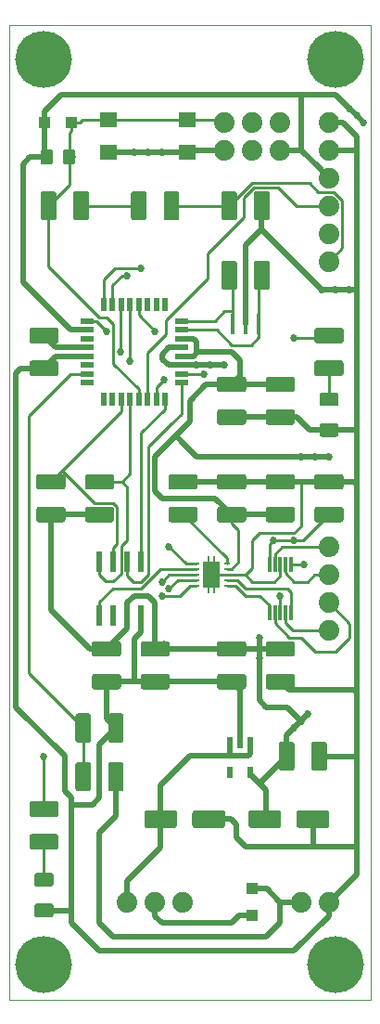
<source format=gbr>
G04 #@! TF.GenerationSoftware,KiCad,Pcbnew,(5.0.2)-1*
G04 #@! TF.CreationDate,2020-06-25T12:03:09-05:00*
G04 #@! TF.ProjectId,ProximityMother_V1,50726f78-696d-4697-9479-4d6f74686572,V1*
G04 #@! TF.SameCoordinates,Original*
G04 #@! TF.FileFunction,Copper,L1,Top*
G04 #@! TF.FilePolarity,Positive*
%FSLAX46Y46*%
G04 Gerber Fmt 4.6, Leading zero omitted, Abs format (unit mm)*
G04 Created by KiCad (PCBNEW (5.0.2)-1) date 6/25/2020 12:03:09 PM*
%MOMM*%
%LPD*%
G01*
G04 APERTURE LIST*
G04 #@! TA.AperFunction,NonConductor*
%ADD10C,0.025400*%
G04 #@! TD*
G04 #@! TA.AperFunction,SMDPad,CuDef*
%ADD11R,0.250000X0.500000*%
G04 #@! TD*
G04 #@! TA.AperFunction,SMDPad,CuDef*
%ADD12R,1.650000X2.400000*%
G04 #@! TD*
G04 #@! TA.AperFunction,SMDPad,CuDef*
%ADD13R,0.600000X0.240000*%
G04 #@! TD*
G04 #@! TA.AperFunction,Conductor*
%ADD14C,0.100000*%
G04 #@! TD*
G04 #@! TA.AperFunction,SMDPad,CuDef*
%ADD15C,1.425000*%
G04 #@! TD*
G04 #@! TA.AperFunction,ComponentPad*
%ADD16C,1.879600*%
G04 #@! TD*
G04 #@! TA.AperFunction,SMDPad,CuDef*
%ADD17C,1.600000*%
G04 #@! TD*
G04 #@! TA.AperFunction,SMDPad,CuDef*
%ADD18R,1.000000X1.000000*%
G04 #@! TD*
G04 #@! TA.AperFunction,SMDPad,CuDef*
%ADD19C,1.250000*%
G04 #@! TD*
G04 #@! TA.AperFunction,ComponentPad*
%ADD20C,0.500000*%
G04 #@! TD*
G04 #@! TA.AperFunction,ComponentPad*
%ADD21C,5.200000*%
G04 #@! TD*
G04 #@! TA.AperFunction,SMDPad,CuDef*
%ADD22C,1.150000*%
G04 #@! TD*
G04 #@! TA.AperFunction,SMDPad,CuDef*
%ADD23R,1.600000X1.400000*%
G04 #@! TD*
G04 #@! TA.AperFunction,SMDPad,CuDef*
%ADD24R,0.300000X1.400000*%
G04 #@! TD*
G04 #@! TA.AperFunction,SMDPad,CuDef*
%ADD25R,0.600000X1.050000*%
G04 #@! TD*
G04 #@! TA.AperFunction,SMDPad,CuDef*
%ADD26R,0.590000X1.970000*%
G04 #@! TD*
G04 #@! TA.AperFunction,SMDPad,CuDef*
%ADD27R,1.270000X0.558800*%
G04 #@! TD*
G04 #@! TA.AperFunction,SMDPad,CuDef*
%ADD28R,0.558800X1.270000*%
G04 #@! TD*
G04 #@! TA.AperFunction,SMDPad,CuDef*
%ADD29R,0.400000X1.900000*%
G04 #@! TD*
G04 #@! TA.AperFunction,ViaPad*
%ADD30C,0.685800*%
G04 #@! TD*
G04 #@! TA.AperFunction,Conductor*
%ADD31C,0.254000*%
G04 #@! TD*
G04 #@! TA.AperFunction,Conductor*
%ADD32C,0.508000*%
G04 #@! TD*
G04 APERTURE END LIST*
D10*
X83820000Y-160020000D02*
X83820000Y-71120000D01*
X116840000Y-160020000D02*
X83820000Y-160020000D01*
X116840000Y-71120000D02*
X116840000Y-160020000D01*
X83820000Y-71120000D02*
X116840000Y-71120000D01*
D11*
G04 #@! TO.P,U4,EP5*
G04 #@! TO.N,N/C*
X102545000Y-122735000D03*
G04 #@! TO.P,U4,EP4*
X102045000Y-122735000D03*
G04 #@! TO.P,U4,EP3*
X102545000Y-119835000D03*
G04 #@! TO.P,U4,EP2*
X102045000Y-119835000D03*
D12*
G04 #@! TO.P,U4,EP1*
X102295000Y-121285000D03*
D13*
G04 #@! TO.P,U4,10*
G04 #@! TO.N,Net-(C12-Pad2)*
X103695000Y-120285000D03*
G04 #@! TO.P,U4,9*
G04 #@! TO.N,+3V3*
X103695000Y-120785000D03*
G04 #@! TO.P,U4,8*
G04 #@! TO.N,GND*
X103695000Y-121285000D03*
G04 #@! TO.P,U4,7*
G04 #@! TO.N,/ATMEGA328P MCU\002C CLK Gen\002C LDC/INA*
X103695000Y-121785000D03*
G04 #@! TO.P,U4,6*
G04 #@! TO.N,/ATMEGA328P MCU\002C CLK Gen\002C LDC/INB*
X103695000Y-122285000D03*
G04 #@! TO.P,U4,5*
G04 #@! TO.N,CSB_LDC*
X100895000Y-122285000D03*
G04 #@! TO.P,U4,4*
G04 #@! TO.N,MOSI*
X100895000Y-121785000D03*
G04 #@! TO.P,U4,3*
G04 #@! TO.N,SCK*
X100895000Y-121285000D03*
G04 #@! TO.P,U4,2*
G04 #@! TO.N,CLKIN_LDC*
X100895000Y-120785000D03*
G04 #@! TO.P,U4,1*
G04 #@! TO.N,MISO*
X100895000Y-120285000D03*
G04 #@! TD*
D14*
G04 #@! TO.N,/ATMEGA328P MCU\002C CLK Gen\002C LDC/PROX_SENSED*
G04 #@! TO.C,R8*
G36*
X114129504Y-98766204D02*
X114153773Y-98769804D01*
X114177571Y-98775765D01*
X114200671Y-98784030D01*
X114222849Y-98794520D01*
X114243893Y-98807133D01*
X114263598Y-98821747D01*
X114281777Y-98838223D01*
X114298253Y-98856402D01*
X114312867Y-98876107D01*
X114325480Y-98897151D01*
X114335970Y-98919329D01*
X114344235Y-98942429D01*
X114350196Y-98966227D01*
X114353796Y-98990496D01*
X114355000Y-99015000D01*
X114355000Y-99940000D01*
X114353796Y-99964504D01*
X114350196Y-99988773D01*
X114344235Y-100012571D01*
X114335970Y-100035671D01*
X114325480Y-100057849D01*
X114312867Y-100078893D01*
X114298253Y-100098598D01*
X114281777Y-100116777D01*
X114263598Y-100133253D01*
X114243893Y-100147867D01*
X114222849Y-100160480D01*
X114200671Y-100170970D01*
X114177571Y-100179235D01*
X114153773Y-100185196D01*
X114129504Y-100188796D01*
X114105000Y-100190000D01*
X111955000Y-100190000D01*
X111930496Y-100188796D01*
X111906227Y-100185196D01*
X111882429Y-100179235D01*
X111859329Y-100170970D01*
X111837151Y-100160480D01*
X111816107Y-100147867D01*
X111796402Y-100133253D01*
X111778223Y-100116777D01*
X111761747Y-100098598D01*
X111747133Y-100078893D01*
X111734520Y-100057849D01*
X111724030Y-100035671D01*
X111715765Y-100012571D01*
X111709804Y-99988773D01*
X111706204Y-99964504D01*
X111705000Y-99940000D01*
X111705000Y-99015000D01*
X111706204Y-98990496D01*
X111709804Y-98966227D01*
X111715765Y-98942429D01*
X111724030Y-98919329D01*
X111734520Y-98897151D01*
X111747133Y-98876107D01*
X111761747Y-98856402D01*
X111778223Y-98838223D01*
X111796402Y-98821747D01*
X111816107Y-98807133D01*
X111837151Y-98794520D01*
X111859329Y-98784030D01*
X111882429Y-98775765D01*
X111906227Y-98769804D01*
X111930496Y-98766204D01*
X111955000Y-98765000D01*
X114105000Y-98765000D01*
X114129504Y-98766204D01*
X114129504Y-98766204D01*
G37*
D15*
G04 #@! TD*
G04 #@! TO.P,R8,2*
G04 #@! TO.N,/ATMEGA328P MCU\002C CLK Gen\002C LDC/PROX_SENSED*
X113030000Y-99477500D03*
D14*
G04 #@! TO.N,Net-(D3-Pad2)*
G04 #@! TO.C,R8*
G36*
X114129504Y-101741204D02*
X114153773Y-101744804D01*
X114177571Y-101750765D01*
X114200671Y-101759030D01*
X114222849Y-101769520D01*
X114243893Y-101782133D01*
X114263598Y-101796747D01*
X114281777Y-101813223D01*
X114298253Y-101831402D01*
X114312867Y-101851107D01*
X114325480Y-101872151D01*
X114335970Y-101894329D01*
X114344235Y-101917429D01*
X114350196Y-101941227D01*
X114353796Y-101965496D01*
X114355000Y-101990000D01*
X114355000Y-102915000D01*
X114353796Y-102939504D01*
X114350196Y-102963773D01*
X114344235Y-102987571D01*
X114335970Y-103010671D01*
X114325480Y-103032849D01*
X114312867Y-103053893D01*
X114298253Y-103073598D01*
X114281777Y-103091777D01*
X114263598Y-103108253D01*
X114243893Y-103122867D01*
X114222849Y-103135480D01*
X114200671Y-103145970D01*
X114177571Y-103154235D01*
X114153773Y-103160196D01*
X114129504Y-103163796D01*
X114105000Y-103165000D01*
X111955000Y-103165000D01*
X111930496Y-103163796D01*
X111906227Y-103160196D01*
X111882429Y-103154235D01*
X111859329Y-103145970D01*
X111837151Y-103135480D01*
X111816107Y-103122867D01*
X111796402Y-103108253D01*
X111778223Y-103091777D01*
X111761747Y-103073598D01*
X111747133Y-103053893D01*
X111734520Y-103032849D01*
X111724030Y-103010671D01*
X111715765Y-102987571D01*
X111709804Y-102963773D01*
X111706204Y-102939504D01*
X111705000Y-102915000D01*
X111705000Y-101990000D01*
X111706204Y-101965496D01*
X111709804Y-101941227D01*
X111715765Y-101917429D01*
X111724030Y-101894329D01*
X111734520Y-101872151D01*
X111747133Y-101851107D01*
X111761747Y-101831402D01*
X111778223Y-101813223D01*
X111796402Y-101796747D01*
X111816107Y-101782133D01*
X111837151Y-101769520D01*
X111859329Y-101759030D01*
X111882429Y-101750765D01*
X111906227Y-101744804D01*
X111930496Y-101741204D01*
X111955000Y-101740000D01*
X114105000Y-101740000D01*
X114129504Y-101741204D01*
X114129504Y-101741204D01*
G37*
D15*
G04 #@! TD*
G04 #@! TO.P,R8,1*
G04 #@! TO.N,Net-(D3-Pad2)*
X113030000Y-102452500D03*
D16*
G04 #@! TO.P,ICSP1,6*
G04 #@! TO.N,GND*
X103505000Y-82550000D03*
G04 #@! TO.P,ICSP1,5*
G04 #@! TO.N,RESET*
X103505000Y-80010000D03*
G04 #@! TO.P,ICSP1,4*
G04 #@! TO.N,MOSI*
X106045000Y-82550000D03*
G04 #@! TO.P,ICSP1,3*
G04 #@! TO.N,SCK*
X106045000Y-80010000D03*
G04 #@! TO.P,ICSP1,2*
G04 #@! TO.N,+3V3*
X108585000Y-82550000D03*
G04 #@! TO.P,ICSP1,1*
G04 #@! TO.N,MISO*
X108585000Y-80010000D03*
G04 #@! TD*
D14*
G04 #@! TO.N,GND*
G04 #@! TO.C,C1*
G36*
X103322704Y-142763204D02*
X103346973Y-142766804D01*
X103370771Y-142772765D01*
X103393871Y-142781030D01*
X103416049Y-142791520D01*
X103437093Y-142804133D01*
X103456798Y-142818747D01*
X103474977Y-142835223D01*
X103491453Y-142853402D01*
X103506067Y-142873107D01*
X103518680Y-142894151D01*
X103529170Y-142916329D01*
X103537435Y-142939429D01*
X103543396Y-142963227D01*
X103546996Y-142987496D01*
X103548200Y-143012000D01*
X103548200Y-144112000D01*
X103546996Y-144136504D01*
X103543396Y-144160773D01*
X103537435Y-144184571D01*
X103529170Y-144207671D01*
X103518680Y-144229849D01*
X103506067Y-144250893D01*
X103491453Y-144270598D01*
X103474977Y-144288777D01*
X103456798Y-144305253D01*
X103437093Y-144319867D01*
X103416049Y-144332480D01*
X103393871Y-144342970D01*
X103370771Y-144351235D01*
X103346973Y-144357196D01*
X103322704Y-144360796D01*
X103298200Y-144362000D01*
X100798200Y-144362000D01*
X100773696Y-144360796D01*
X100749427Y-144357196D01*
X100725629Y-144351235D01*
X100702529Y-144342970D01*
X100680351Y-144332480D01*
X100659307Y-144319867D01*
X100639602Y-144305253D01*
X100621423Y-144288777D01*
X100604947Y-144270598D01*
X100590333Y-144250893D01*
X100577720Y-144229849D01*
X100567230Y-144207671D01*
X100558965Y-144184571D01*
X100553004Y-144160773D01*
X100549404Y-144136504D01*
X100548200Y-144112000D01*
X100548200Y-143012000D01*
X100549404Y-142987496D01*
X100553004Y-142963227D01*
X100558965Y-142939429D01*
X100567230Y-142916329D01*
X100577720Y-142894151D01*
X100590333Y-142873107D01*
X100604947Y-142853402D01*
X100621423Y-142835223D01*
X100639602Y-142818747D01*
X100659307Y-142804133D01*
X100680351Y-142791520D01*
X100702529Y-142781030D01*
X100725629Y-142772765D01*
X100749427Y-142766804D01*
X100773696Y-142763204D01*
X100798200Y-142762000D01*
X103298200Y-142762000D01*
X103322704Y-142763204D01*
X103322704Y-142763204D01*
G37*
D17*
G04 #@! TD*
G04 #@! TO.P,C1,2*
G04 #@! TO.N,GND*
X102048200Y-143562000D03*
D14*
G04 #@! TO.N,/Power\002C Mux/Demux\002C Connectors/VIN_LDO*
G04 #@! TO.C,C1*
G36*
X98922704Y-142763204D02*
X98946973Y-142766804D01*
X98970771Y-142772765D01*
X98993871Y-142781030D01*
X99016049Y-142791520D01*
X99037093Y-142804133D01*
X99056798Y-142818747D01*
X99074977Y-142835223D01*
X99091453Y-142853402D01*
X99106067Y-142873107D01*
X99118680Y-142894151D01*
X99129170Y-142916329D01*
X99137435Y-142939429D01*
X99143396Y-142963227D01*
X99146996Y-142987496D01*
X99148200Y-143012000D01*
X99148200Y-144112000D01*
X99146996Y-144136504D01*
X99143396Y-144160773D01*
X99137435Y-144184571D01*
X99129170Y-144207671D01*
X99118680Y-144229849D01*
X99106067Y-144250893D01*
X99091453Y-144270598D01*
X99074977Y-144288777D01*
X99056798Y-144305253D01*
X99037093Y-144319867D01*
X99016049Y-144332480D01*
X98993871Y-144342970D01*
X98970771Y-144351235D01*
X98946973Y-144357196D01*
X98922704Y-144360796D01*
X98898200Y-144362000D01*
X96398200Y-144362000D01*
X96373696Y-144360796D01*
X96349427Y-144357196D01*
X96325629Y-144351235D01*
X96302529Y-144342970D01*
X96280351Y-144332480D01*
X96259307Y-144319867D01*
X96239602Y-144305253D01*
X96221423Y-144288777D01*
X96204947Y-144270598D01*
X96190333Y-144250893D01*
X96177720Y-144229849D01*
X96167230Y-144207671D01*
X96158965Y-144184571D01*
X96153004Y-144160773D01*
X96149404Y-144136504D01*
X96148200Y-144112000D01*
X96148200Y-143012000D01*
X96149404Y-142987496D01*
X96153004Y-142963227D01*
X96158965Y-142939429D01*
X96167230Y-142916329D01*
X96177720Y-142894151D01*
X96190333Y-142873107D01*
X96204947Y-142853402D01*
X96221423Y-142835223D01*
X96239602Y-142818747D01*
X96259307Y-142804133D01*
X96280351Y-142791520D01*
X96302529Y-142781030D01*
X96325629Y-142772765D01*
X96349427Y-142766804D01*
X96373696Y-142763204D01*
X96398200Y-142762000D01*
X98898200Y-142762000D01*
X98922704Y-142763204D01*
X98922704Y-142763204D01*
G37*
D17*
G04 #@! TD*
G04 #@! TO.P,C1,1*
G04 #@! TO.N,/Power\002C Mux/Demux\002C Connectors/VIN_LDO*
X97648200Y-143562000D03*
D14*
G04 #@! TO.N,+3V3*
G04 #@! TO.C,C2*
G36*
X105239504Y-127341204D02*
X105263773Y-127344804D01*
X105287571Y-127350765D01*
X105310671Y-127359030D01*
X105332849Y-127369520D01*
X105353893Y-127382133D01*
X105373598Y-127396747D01*
X105391777Y-127413223D01*
X105408253Y-127431402D01*
X105422867Y-127451107D01*
X105435480Y-127472151D01*
X105445970Y-127494329D01*
X105454235Y-127517429D01*
X105460196Y-127541227D01*
X105463796Y-127565496D01*
X105465000Y-127590000D01*
X105465000Y-128515000D01*
X105463796Y-128539504D01*
X105460196Y-128563773D01*
X105454235Y-128587571D01*
X105445970Y-128610671D01*
X105435480Y-128632849D01*
X105422867Y-128653893D01*
X105408253Y-128673598D01*
X105391777Y-128691777D01*
X105373598Y-128708253D01*
X105353893Y-128722867D01*
X105332849Y-128735480D01*
X105310671Y-128745970D01*
X105287571Y-128754235D01*
X105263773Y-128760196D01*
X105239504Y-128763796D01*
X105215000Y-128765000D01*
X103065000Y-128765000D01*
X103040496Y-128763796D01*
X103016227Y-128760196D01*
X102992429Y-128754235D01*
X102969329Y-128745970D01*
X102947151Y-128735480D01*
X102926107Y-128722867D01*
X102906402Y-128708253D01*
X102888223Y-128691777D01*
X102871747Y-128673598D01*
X102857133Y-128653893D01*
X102844520Y-128632849D01*
X102834030Y-128610671D01*
X102825765Y-128587571D01*
X102819804Y-128563773D01*
X102816204Y-128539504D01*
X102815000Y-128515000D01*
X102815000Y-127590000D01*
X102816204Y-127565496D01*
X102819804Y-127541227D01*
X102825765Y-127517429D01*
X102834030Y-127494329D01*
X102844520Y-127472151D01*
X102857133Y-127451107D01*
X102871747Y-127431402D01*
X102888223Y-127413223D01*
X102906402Y-127396747D01*
X102926107Y-127382133D01*
X102947151Y-127369520D01*
X102969329Y-127359030D01*
X102992429Y-127350765D01*
X103016227Y-127344804D01*
X103040496Y-127341204D01*
X103065000Y-127340000D01*
X105215000Y-127340000D01*
X105239504Y-127341204D01*
X105239504Y-127341204D01*
G37*
D15*
G04 #@! TD*
G04 #@! TO.P,C2,1*
G04 #@! TO.N,+3V3*
X104140000Y-128052500D03*
D14*
G04 #@! TO.N,GND*
G04 #@! TO.C,C2*
G36*
X105239504Y-130316204D02*
X105263773Y-130319804D01*
X105287571Y-130325765D01*
X105310671Y-130334030D01*
X105332849Y-130344520D01*
X105353893Y-130357133D01*
X105373598Y-130371747D01*
X105391777Y-130388223D01*
X105408253Y-130406402D01*
X105422867Y-130426107D01*
X105435480Y-130447151D01*
X105445970Y-130469329D01*
X105454235Y-130492429D01*
X105460196Y-130516227D01*
X105463796Y-130540496D01*
X105465000Y-130565000D01*
X105465000Y-131490000D01*
X105463796Y-131514504D01*
X105460196Y-131538773D01*
X105454235Y-131562571D01*
X105445970Y-131585671D01*
X105435480Y-131607849D01*
X105422867Y-131628893D01*
X105408253Y-131648598D01*
X105391777Y-131666777D01*
X105373598Y-131683253D01*
X105353893Y-131697867D01*
X105332849Y-131710480D01*
X105310671Y-131720970D01*
X105287571Y-131729235D01*
X105263773Y-131735196D01*
X105239504Y-131738796D01*
X105215000Y-131740000D01*
X103065000Y-131740000D01*
X103040496Y-131738796D01*
X103016227Y-131735196D01*
X102992429Y-131729235D01*
X102969329Y-131720970D01*
X102947151Y-131710480D01*
X102926107Y-131697867D01*
X102906402Y-131683253D01*
X102888223Y-131666777D01*
X102871747Y-131648598D01*
X102857133Y-131628893D01*
X102844520Y-131607849D01*
X102834030Y-131585671D01*
X102825765Y-131562571D01*
X102819804Y-131538773D01*
X102816204Y-131514504D01*
X102815000Y-131490000D01*
X102815000Y-130565000D01*
X102816204Y-130540496D01*
X102819804Y-130516227D01*
X102825765Y-130492429D01*
X102834030Y-130469329D01*
X102844520Y-130447151D01*
X102857133Y-130426107D01*
X102871747Y-130406402D01*
X102888223Y-130388223D01*
X102906402Y-130371747D01*
X102926107Y-130357133D01*
X102947151Y-130344520D01*
X102969329Y-130334030D01*
X102992429Y-130325765D01*
X103016227Y-130319804D01*
X103040496Y-130316204D01*
X103065000Y-130315000D01*
X105215000Y-130315000D01*
X105239504Y-130316204D01*
X105239504Y-130316204D01*
G37*
D15*
G04 #@! TD*
G04 #@! TO.P,C2,2*
G04 #@! TO.N,GND*
X104140000Y-131027500D03*
D14*
G04 #@! TO.N,+3V3*
G04 #@! TO.C,C3*
G36*
X108447504Y-142763204D02*
X108471773Y-142766804D01*
X108495571Y-142772765D01*
X108518671Y-142781030D01*
X108540849Y-142791520D01*
X108561893Y-142804133D01*
X108581598Y-142818747D01*
X108599777Y-142835223D01*
X108616253Y-142853402D01*
X108630867Y-142873107D01*
X108643480Y-142894151D01*
X108653970Y-142916329D01*
X108662235Y-142939429D01*
X108668196Y-142963227D01*
X108671796Y-142987496D01*
X108673000Y-143012000D01*
X108673000Y-144112000D01*
X108671796Y-144136504D01*
X108668196Y-144160773D01*
X108662235Y-144184571D01*
X108653970Y-144207671D01*
X108643480Y-144229849D01*
X108630867Y-144250893D01*
X108616253Y-144270598D01*
X108599777Y-144288777D01*
X108581598Y-144305253D01*
X108561893Y-144319867D01*
X108540849Y-144332480D01*
X108518671Y-144342970D01*
X108495571Y-144351235D01*
X108471773Y-144357196D01*
X108447504Y-144360796D01*
X108423000Y-144362000D01*
X105923000Y-144362000D01*
X105898496Y-144360796D01*
X105874227Y-144357196D01*
X105850429Y-144351235D01*
X105827329Y-144342970D01*
X105805151Y-144332480D01*
X105784107Y-144319867D01*
X105764402Y-144305253D01*
X105746223Y-144288777D01*
X105729747Y-144270598D01*
X105715133Y-144250893D01*
X105702520Y-144229849D01*
X105692030Y-144207671D01*
X105683765Y-144184571D01*
X105677804Y-144160773D01*
X105674204Y-144136504D01*
X105673000Y-144112000D01*
X105673000Y-143012000D01*
X105674204Y-142987496D01*
X105677804Y-142963227D01*
X105683765Y-142939429D01*
X105692030Y-142916329D01*
X105702520Y-142894151D01*
X105715133Y-142873107D01*
X105729747Y-142853402D01*
X105746223Y-142835223D01*
X105764402Y-142818747D01*
X105784107Y-142804133D01*
X105805151Y-142791520D01*
X105827329Y-142781030D01*
X105850429Y-142772765D01*
X105874227Y-142766804D01*
X105898496Y-142763204D01*
X105923000Y-142762000D01*
X108423000Y-142762000D01*
X108447504Y-142763204D01*
X108447504Y-142763204D01*
G37*
D17*
G04 #@! TD*
G04 #@! TO.P,C3,1*
G04 #@! TO.N,+3V3*
X107173000Y-143562000D03*
D14*
G04 #@! TO.N,GND*
G04 #@! TO.C,C3*
G36*
X112847504Y-142763204D02*
X112871773Y-142766804D01*
X112895571Y-142772765D01*
X112918671Y-142781030D01*
X112940849Y-142791520D01*
X112961893Y-142804133D01*
X112981598Y-142818747D01*
X112999777Y-142835223D01*
X113016253Y-142853402D01*
X113030867Y-142873107D01*
X113043480Y-142894151D01*
X113053970Y-142916329D01*
X113062235Y-142939429D01*
X113068196Y-142963227D01*
X113071796Y-142987496D01*
X113073000Y-143012000D01*
X113073000Y-144112000D01*
X113071796Y-144136504D01*
X113068196Y-144160773D01*
X113062235Y-144184571D01*
X113053970Y-144207671D01*
X113043480Y-144229849D01*
X113030867Y-144250893D01*
X113016253Y-144270598D01*
X112999777Y-144288777D01*
X112981598Y-144305253D01*
X112961893Y-144319867D01*
X112940849Y-144332480D01*
X112918671Y-144342970D01*
X112895571Y-144351235D01*
X112871773Y-144357196D01*
X112847504Y-144360796D01*
X112823000Y-144362000D01*
X110323000Y-144362000D01*
X110298496Y-144360796D01*
X110274227Y-144357196D01*
X110250429Y-144351235D01*
X110227329Y-144342970D01*
X110205151Y-144332480D01*
X110184107Y-144319867D01*
X110164402Y-144305253D01*
X110146223Y-144288777D01*
X110129747Y-144270598D01*
X110115133Y-144250893D01*
X110102520Y-144229849D01*
X110092030Y-144207671D01*
X110083765Y-144184571D01*
X110077804Y-144160773D01*
X110074204Y-144136504D01*
X110073000Y-144112000D01*
X110073000Y-143012000D01*
X110074204Y-142987496D01*
X110077804Y-142963227D01*
X110083765Y-142939429D01*
X110092030Y-142916329D01*
X110102520Y-142894151D01*
X110115133Y-142873107D01*
X110129747Y-142853402D01*
X110146223Y-142835223D01*
X110164402Y-142818747D01*
X110184107Y-142804133D01*
X110205151Y-142791520D01*
X110227329Y-142781030D01*
X110250429Y-142772765D01*
X110274227Y-142766804D01*
X110298496Y-142763204D01*
X110323000Y-142762000D01*
X112823000Y-142762000D01*
X112847504Y-142763204D01*
X112847504Y-142763204D01*
G37*
D17*
G04 #@! TD*
G04 #@! TO.P,C3,2*
G04 #@! TO.N,GND*
X111573000Y-143562000D03*
D14*
G04 #@! TO.N,GND*
G04 #@! TO.C,C4*
G36*
X109684504Y-130316204D02*
X109708773Y-130319804D01*
X109732571Y-130325765D01*
X109755671Y-130334030D01*
X109777849Y-130344520D01*
X109798893Y-130357133D01*
X109818598Y-130371747D01*
X109836777Y-130388223D01*
X109853253Y-130406402D01*
X109867867Y-130426107D01*
X109880480Y-130447151D01*
X109890970Y-130469329D01*
X109899235Y-130492429D01*
X109905196Y-130516227D01*
X109908796Y-130540496D01*
X109910000Y-130565000D01*
X109910000Y-131490000D01*
X109908796Y-131514504D01*
X109905196Y-131538773D01*
X109899235Y-131562571D01*
X109890970Y-131585671D01*
X109880480Y-131607849D01*
X109867867Y-131628893D01*
X109853253Y-131648598D01*
X109836777Y-131666777D01*
X109818598Y-131683253D01*
X109798893Y-131697867D01*
X109777849Y-131710480D01*
X109755671Y-131720970D01*
X109732571Y-131729235D01*
X109708773Y-131735196D01*
X109684504Y-131738796D01*
X109660000Y-131740000D01*
X107510000Y-131740000D01*
X107485496Y-131738796D01*
X107461227Y-131735196D01*
X107437429Y-131729235D01*
X107414329Y-131720970D01*
X107392151Y-131710480D01*
X107371107Y-131697867D01*
X107351402Y-131683253D01*
X107333223Y-131666777D01*
X107316747Y-131648598D01*
X107302133Y-131628893D01*
X107289520Y-131607849D01*
X107279030Y-131585671D01*
X107270765Y-131562571D01*
X107264804Y-131538773D01*
X107261204Y-131514504D01*
X107260000Y-131490000D01*
X107260000Y-130565000D01*
X107261204Y-130540496D01*
X107264804Y-130516227D01*
X107270765Y-130492429D01*
X107279030Y-130469329D01*
X107289520Y-130447151D01*
X107302133Y-130426107D01*
X107316747Y-130406402D01*
X107333223Y-130388223D01*
X107351402Y-130371747D01*
X107371107Y-130357133D01*
X107392151Y-130344520D01*
X107414329Y-130334030D01*
X107437429Y-130325765D01*
X107461227Y-130319804D01*
X107485496Y-130316204D01*
X107510000Y-130315000D01*
X109660000Y-130315000D01*
X109684504Y-130316204D01*
X109684504Y-130316204D01*
G37*
D15*
G04 #@! TD*
G04 #@! TO.P,C4,2*
G04 #@! TO.N,GND*
X108585000Y-131027500D03*
D14*
G04 #@! TO.N,+3V3*
G04 #@! TO.C,C4*
G36*
X109684504Y-127341204D02*
X109708773Y-127344804D01*
X109732571Y-127350765D01*
X109755671Y-127359030D01*
X109777849Y-127369520D01*
X109798893Y-127382133D01*
X109818598Y-127396747D01*
X109836777Y-127413223D01*
X109853253Y-127431402D01*
X109867867Y-127451107D01*
X109880480Y-127472151D01*
X109890970Y-127494329D01*
X109899235Y-127517429D01*
X109905196Y-127541227D01*
X109908796Y-127565496D01*
X109910000Y-127590000D01*
X109910000Y-128515000D01*
X109908796Y-128539504D01*
X109905196Y-128563773D01*
X109899235Y-128587571D01*
X109890970Y-128610671D01*
X109880480Y-128632849D01*
X109867867Y-128653893D01*
X109853253Y-128673598D01*
X109836777Y-128691777D01*
X109818598Y-128708253D01*
X109798893Y-128722867D01*
X109777849Y-128735480D01*
X109755671Y-128745970D01*
X109732571Y-128754235D01*
X109708773Y-128760196D01*
X109684504Y-128763796D01*
X109660000Y-128765000D01*
X107510000Y-128765000D01*
X107485496Y-128763796D01*
X107461227Y-128760196D01*
X107437429Y-128754235D01*
X107414329Y-128745970D01*
X107392151Y-128735480D01*
X107371107Y-128722867D01*
X107351402Y-128708253D01*
X107333223Y-128691777D01*
X107316747Y-128673598D01*
X107302133Y-128653893D01*
X107289520Y-128632849D01*
X107279030Y-128610671D01*
X107270765Y-128587571D01*
X107264804Y-128563773D01*
X107261204Y-128539504D01*
X107260000Y-128515000D01*
X107260000Y-127590000D01*
X107261204Y-127565496D01*
X107264804Y-127541227D01*
X107270765Y-127517429D01*
X107279030Y-127494329D01*
X107289520Y-127472151D01*
X107302133Y-127451107D01*
X107316747Y-127431402D01*
X107333223Y-127413223D01*
X107351402Y-127396747D01*
X107371107Y-127382133D01*
X107392151Y-127369520D01*
X107414329Y-127359030D01*
X107437429Y-127350765D01*
X107461227Y-127344804D01*
X107485496Y-127341204D01*
X107510000Y-127340000D01*
X109660000Y-127340000D01*
X109684504Y-127341204D01*
X109684504Y-127341204D01*
G37*
D15*
G04 #@! TD*
G04 #@! TO.P,C4,1*
G04 #@! TO.N,+3V3*
X108585000Y-128052500D03*
D14*
G04 #@! TO.N,GND*
G04 #@! TO.C,C5*
G36*
X112617504Y-136523204D02*
X112641773Y-136526804D01*
X112665571Y-136532765D01*
X112688671Y-136541030D01*
X112710849Y-136551520D01*
X112731893Y-136564133D01*
X112751598Y-136578747D01*
X112769777Y-136595223D01*
X112786253Y-136613402D01*
X112800867Y-136633107D01*
X112813480Y-136654151D01*
X112823970Y-136676329D01*
X112832235Y-136699429D01*
X112838196Y-136723227D01*
X112841796Y-136747496D01*
X112843000Y-136772000D01*
X112843000Y-138922000D01*
X112841796Y-138946504D01*
X112838196Y-138970773D01*
X112832235Y-138994571D01*
X112823970Y-139017671D01*
X112813480Y-139039849D01*
X112800867Y-139060893D01*
X112786253Y-139080598D01*
X112769777Y-139098777D01*
X112751598Y-139115253D01*
X112731893Y-139129867D01*
X112710849Y-139142480D01*
X112688671Y-139152970D01*
X112665571Y-139161235D01*
X112641773Y-139167196D01*
X112617504Y-139170796D01*
X112593000Y-139172000D01*
X111668000Y-139172000D01*
X111643496Y-139170796D01*
X111619227Y-139167196D01*
X111595429Y-139161235D01*
X111572329Y-139152970D01*
X111550151Y-139142480D01*
X111529107Y-139129867D01*
X111509402Y-139115253D01*
X111491223Y-139098777D01*
X111474747Y-139080598D01*
X111460133Y-139060893D01*
X111447520Y-139039849D01*
X111437030Y-139017671D01*
X111428765Y-138994571D01*
X111422804Y-138970773D01*
X111419204Y-138946504D01*
X111418000Y-138922000D01*
X111418000Y-136772000D01*
X111419204Y-136747496D01*
X111422804Y-136723227D01*
X111428765Y-136699429D01*
X111437030Y-136676329D01*
X111447520Y-136654151D01*
X111460133Y-136633107D01*
X111474747Y-136613402D01*
X111491223Y-136595223D01*
X111509402Y-136578747D01*
X111529107Y-136564133D01*
X111550151Y-136551520D01*
X111572329Y-136541030D01*
X111595429Y-136532765D01*
X111619227Y-136526804D01*
X111643496Y-136523204D01*
X111668000Y-136522000D01*
X112593000Y-136522000D01*
X112617504Y-136523204D01*
X112617504Y-136523204D01*
G37*
D15*
G04 #@! TD*
G04 #@! TO.P,C5,2*
G04 #@! TO.N,GND*
X112130500Y-137847000D03*
D14*
G04 #@! TO.N,+3V3*
G04 #@! TO.C,C5*
G36*
X109642504Y-136523204D02*
X109666773Y-136526804D01*
X109690571Y-136532765D01*
X109713671Y-136541030D01*
X109735849Y-136551520D01*
X109756893Y-136564133D01*
X109776598Y-136578747D01*
X109794777Y-136595223D01*
X109811253Y-136613402D01*
X109825867Y-136633107D01*
X109838480Y-136654151D01*
X109848970Y-136676329D01*
X109857235Y-136699429D01*
X109863196Y-136723227D01*
X109866796Y-136747496D01*
X109868000Y-136772000D01*
X109868000Y-138922000D01*
X109866796Y-138946504D01*
X109863196Y-138970773D01*
X109857235Y-138994571D01*
X109848970Y-139017671D01*
X109838480Y-139039849D01*
X109825867Y-139060893D01*
X109811253Y-139080598D01*
X109794777Y-139098777D01*
X109776598Y-139115253D01*
X109756893Y-139129867D01*
X109735849Y-139142480D01*
X109713671Y-139152970D01*
X109690571Y-139161235D01*
X109666773Y-139167196D01*
X109642504Y-139170796D01*
X109618000Y-139172000D01*
X108693000Y-139172000D01*
X108668496Y-139170796D01*
X108644227Y-139167196D01*
X108620429Y-139161235D01*
X108597329Y-139152970D01*
X108575151Y-139142480D01*
X108554107Y-139129867D01*
X108534402Y-139115253D01*
X108516223Y-139098777D01*
X108499747Y-139080598D01*
X108485133Y-139060893D01*
X108472520Y-139039849D01*
X108462030Y-139017671D01*
X108453765Y-138994571D01*
X108447804Y-138970773D01*
X108444204Y-138946504D01*
X108443000Y-138922000D01*
X108443000Y-136772000D01*
X108444204Y-136747496D01*
X108447804Y-136723227D01*
X108453765Y-136699429D01*
X108462030Y-136676329D01*
X108472520Y-136654151D01*
X108485133Y-136633107D01*
X108499747Y-136613402D01*
X108516223Y-136595223D01*
X108534402Y-136578747D01*
X108554107Y-136564133D01*
X108575151Y-136551520D01*
X108597329Y-136541030D01*
X108620429Y-136532765D01*
X108644227Y-136526804D01*
X108668496Y-136523204D01*
X108693000Y-136522000D01*
X109618000Y-136522000D01*
X109642504Y-136523204D01*
X109642504Y-136523204D01*
G37*
D15*
G04 #@! TD*
G04 #@! TO.P,C5,1*
G04 #@! TO.N,+3V3*
X109155500Y-137847000D03*
D14*
G04 #@! TO.N,+3V3*
G04 #@! TO.C,C6*
G36*
X93809504Y-127341204D02*
X93833773Y-127344804D01*
X93857571Y-127350765D01*
X93880671Y-127359030D01*
X93902849Y-127369520D01*
X93923893Y-127382133D01*
X93943598Y-127396747D01*
X93961777Y-127413223D01*
X93978253Y-127431402D01*
X93992867Y-127451107D01*
X94005480Y-127472151D01*
X94015970Y-127494329D01*
X94024235Y-127517429D01*
X94030196Y-127541227D01*
X94033796Y-127565496D01*
X94035000Y-127590000D01*
X94035000Y-128515000D01*
X94033796Y-128539504D01*
X94030196Y-128563773D01*
X94024235Y-128587571D01*
X94015970Y-128610671D01*
X94005480Y-128632849D01*
X93992867Y-128653893D01*
X93978253Y-128673598D01*
X93961777Y-128691777D01*
X93943598Y-128708253D01*
X93923893Y-128722867D01*
X93902849Y-128735480D01*
X93880671Y-128745970D01*
X93857571Y-128754235D01*
X93833773Y-128760196D01*
X93809504Y-128763796D01*
X93785000Y-128765000D01*
X91635000Y-128765000D01*
X91610496Y-128763796D01*
X91586227Y-128760196D01*
X91562429Y-128754235D01*
X91539329Y-128745970D01*
X91517151Y-128735480D01*
X91496107Y-128722867D01*
X91476402Y-128708253D01*
X91458223Y-128691777D01*
X91441747Y-128673598D01*
X91427133Y-128653893D01*
X91414520Y-128632849D01*
X91404030Y-128610671D01*
X91395765Y-128587571D01*
X91389804Y-128563773D01*
X91386204Y-128539504D01*
X91385000Y-128515000D01*
X91385000Y-127590000D01*
X91386204Y-127565496D01*
X91389804Y-127541227D01*
X91395765Y-127517429D01*
X91404030Y-127494329D01*
X91414520Y-127472151D01*
X91427133Y-127451107D01*
X91441747Y-127431402D01*
X91458223Y-127413223D01*
X91476402Y-127396747D01*
X91496107Y-127382133D01*
X91517151Y-127369520D01*
X91539329Y-127359030D01*
X91562429Y-127350765D01*
X91586227Y-127344804D01*
X91610496Y-127341204D01*
X91635000Y-127340000D01*
X93785000Y-127340000D01*
X93809504Y-127341204D01*
X93809504Y-127341204D01*
G37*
D15*
G04 #@! TD*
G04 #@! TO.P,C6,1*
G04 #@! TO.N,+3V3*
X92710000Y-128052500D03*
D14*
G04 #@! TO.N,GND*
G04 #@! TO.C,C6*
G36*
X93809504Y-130316204D02*
X93833773Y-130319804D01*
X93857571Y-130325765D01*
X93880671Y-130334030D01*
X93902849Y-130344520D01*
X93923893Y-130357133D01*
X93943598Y-130371747D01*
X93961777Y-130388223D01*
X93978253Y-130406402D01*
X93992867Y-130426107D01*
X94005480Y-130447151D01*
X94015970Y-130469329D01*
X94024235Y-130492429D01*
X94030196Y-130516227D01*
X94033796Y-130540496D01*
X94035000Y-130565000D01*
X94035000Y-131490000D01*
X94033796Y-131514504D01*
X94030196Y-131538773D01*
X94024235Y-131562571D01*
X94015970Y-131585671D01*
X94005480Y-131607849D01*
X93992867Y-131628893D01*
X93978253Y-131648598D01*
X93961777Y-131666777D01*
X93943598Y-131683253D01*
X93923893Y-131697867D01*
X93902849Y-131710480D01*
X93880671Y-131720970D01*
X93857571Y-131729235D01*
X93833773Y-131735196D01*
X93809504Y-131738796D01*
X93785000Y-131740000D01*
X91635000Y-131740000D01*
X91610496Y-131738796D01*
X91586227Y-131735196D01*
X91562429Y-131729235D01*
X91539329Y-131720970D01*
X91517151Y-131710480D01*
X91496107Y-131697867D01*
X91476402Y-131683253D01*
X91458223Y-131666777D01*
X91441747Y-131648598D01*
X91427133Y-131628893D01*
X91414520Y-131607849D01*
X91404030Y-131585671D01*
X91395765Y-131562571D01*
X91389804Y-131538773D01*
X91386204Y-131514504D01*
X91385000Y-131490000D01*
X91385000Y-130565000D01*
X91386204Y-130540496D01*
X91389804Y-130516227D01*
X91395765Y-130492429D01*
X91404030Y-130469329D01*
X91414520Y-130447151D01*
X91427133Y-130426107D01*
X91441747Y-130406402D01*
X91458223Y-130388223D01*
X91476402Y-130371747D01*
X91496107Y-130357133D01*
X91517151Y-130344520D01*
X91539329Y-130334030D01*
X91562429Y-130325765D01*
X91586227Y-130319804D01*
X91610496Y-130316204D01*
X91635000Y-130315000D01*
X93785000Y-130315000D01*
X93809504Y-130316204D01*
X93809504Y-130316204D01*
G37*
D15*
G04 #@! TD*
G04 #@! TO.P,C6,2*
G04 #@! TO.N,GND*
X92710000Y-131027500D03*
D14*
G04 #@! TO.N,+3V3*
G04 #@! TO.C,C7*
G36*
X98254504Y-127341204D02*
X98278773Y-127344804D01*
X98302571Y-127350765D01*
X98325671Y-127359030D01*
X98347849Y-127369520D01*
X98368893Y-127382133D01*
X98388598Y-127396747D01*
X98406777Y-127413223D01*
X98423253Y-127431402D01*
X98437867Y-127451107D01*
X98450480Y-127472151D01*
X98460970Y-127494329D01*
X98469235Y-127517429D01*
X98475196Y-127541227D01*
X98478796Y-127565496D01*
X98480000Y-127590000D01*
X98480000Y-128515000D01*
X98478796Y-128539504D01*
X98475196Y-128563773D01*
X98469235Y-128587571D01*
X98460970Y-128610671D01*
X98450480Y-128632849D01*
X98437867Y-128653893D01*
X98423253Y-128673598D01*
X98406777Y-128691777D01*
X98388598Y-128708253D01*
X98368893Y-128722867D01*
X98347849Y-128735480D01*
X98325671Y-128745970D01*
X98302571Y-128754235D01*
X98278773Y-128760196D01*
X98254504Y-128763796D01*
X98230000Y-128765000D01*
X96080000Y-128765000D01*
X96055496Y-128763796D01*
X96031227Y-128760196D01*
X96007429Y-128754235D01*
X95984329Y-128745970D01*
X95962151Y-128735480D01*
X95941107Y-128722867D01*
X95921402Y-128708253D01*
X95903223Y-128691777D01*
X95886747Y-128673598D01*
X95872133Y-128653893D01*
X95859520Y-128632849D01*
X95849030Y-128610671D01*
X95840765Y-128587571D01*
X95834804Y-128563773D01*
X95831204Y-128539504D01*
X95830000Y-128515000D01*
X95830000Y-127590000D01*
X95831204Y-127565496D01*
X95834804Y-127541227D01*
X95840765Y-127517429D01*
X95849030Y-127494329D01*
X95859520Y-127472151D01*
X95872133Y-127451107D01*
X95886747Y-127431402D01*
X95903223Y-127413223D01*
X95921402Y-127396747D01*
X95941107Y-127382133D01*
X95962151Y-127369520D01*
X95984329Y-127359030D01*
X96007429Y-127350765D01*
X96031227Y-127344804D01*
X96055496Y-127341204D01*
X96080000Y-127340000D01*
X98230000Y-127340000D01*
X98254504Y-127341204D01*
X98254504Y-127341204D01*
G37*
D15*
G04 #@! TD*
G04 #@! TO.P,C7,1*
G04 #@! TO.N,+3V3*
X97155000Y-128052500D03*
D14*
G04 #@! TO.N,GND*
G04 #@! TO.C,C7*
G36*
X98254504Y-130316204D02*
X98278773Y-130319804D01*
X98302571Y-130325765D01*
X98325671Y-130334030D01*
X98347849Y-130344520D01*
X98368893Y-130357133D01*
X98388598Y-130371747D01*
X98406777Y-130388223D01*
X98423253Y-130406402D01*
X98437867Y-130426107D01*
X98450480Y-130447151D01*
X98460970Y-130469329D01*
X98469235Y-130492429D01*
X98475196Y-130516227D01*
X98478796Y-130540496D01*
X98480000Y-130565000D01*
X98480000Y-131490000D01*
X98478796Y-131514504D01*
X98475196Y-131538773D01*
X98469235Y-131562571D01*
X98460970Y-131585671D01*
X98450480Y-131607849D01*
X98437867Y-131628893D01*
X98423253Y-131648598D01*
X98406777Y-131666777D01*
X98388598Y-131683253D01*
X98368893Y-131697867D01*
X98347849Y-131710480D01*
X98325671Y-131720970D01*
X98302571Y-131729235D01*
X98278773Y-131735196D01*
X98254504Y-131738796D01*
X98230000Y-131740000D01*
X96080000Y-131740000D01*
X96055496Y-131738796D01*
X96031227Y-131735196D01*
X96007429Y-131729235D01*
X95984329Y-131720970D01*
X95962151Y-131710480D01*
X95941107Y-131697867D01*
X95921402Y-131683253D01*
X95903223Y-131666777D01*
X95886747Y-131648598D01*
X95872133Y-131628893D01*
X95859520Y-131607849D01*
X95849030Y-131585671D01*
X95840765Y-131562571D01*
X95834804Y-131538773D01*
X95831204Y-131514504D01*
X95830000Y-131490000D01*
X95830000Y-130565000D01*
X95831204Y-130540496D01*
X95834804Y-130516227D01*
X95840765Y-130492429D01*
X95849030Y-130469329D01*
X95859520Y-130447151D01*
X95872133Y-130426107D01*
X95886747Y-130406402D01*
X95903223Y-130388223D01*
X95921402Y-130371747D01*
X95941107Y-130357133D01*
X95962151Y-130344520D01*
X95984329Y-130334030D01*
X96007429Y-130325765D01*
X96031227Y-130319804D01*
X96055496Y-130316204D01*
X96080000Y-130315000D01*
X98230000Y-130315000D01*
X98254504Y-130316204D01*
X98254504Y-130316204D01*
G37*
D15*
G04 #@! TD*
G04 #@! TO.P,C7,2*
G04 #@! TO.N,GND*
X97155000Y-131027500D03*
D14*
G04 #@! TO.N,DTR*
G04 #@! TO.C,C8*
G36*
X99129504Y-86306204D02*
X99153773Y-86309804D01*
X99177571Y-86315765D01*
X99200671Y-86324030D01*
X99222849Y-86334520D01*
X99243893Y-86347133D01*
X99263598Y-86361747D01*
X99281777Y-86378223D01*
X99298253Y-86396402D01*
X99312867Y-86416107D01*
X99325480Y-86437151D01*
X99335970Y-86459329D01*
X99344235Y-86482429D01*
X99350196Y-86506227D01*
X99353796Y-86530496D01*
X99355000Y-86555000D01*
X99355000Y-88705000D01*
X99353796Y-88729504D01*
X99350196Y-88753773D01*
X99344235Y-88777571D01*
X99335970Y-88800671D01*
X99325480Y-88822849D01*
X99312867Y-88843893D01*
X99298253Y-88863598D01*
X99281777Y-88881777D01*
X99263598Y-88898253D01*
X99243893Y-88912867D01*
X99222849Y-88925480D01*
X99200671Y-88935970D01*
X99177571Y-88944235D01*
X99153773Y-88950196D01*
X99129504Y-88953796D01*
X99105000Y-88955000D01*
X98180000Y-88955000D01*
X98155496Y-88953796D01*
X98131227Y-88950196D01*
X98107429Y-88944235D01*
X98084329Y-88935970D01*
X98062151Y-88925480D01*
X98041107Y-88912867D01*
X98021402Y-88898253D01*
X98003223Y-88881777D01*
X97986747Y-88863598D01*
X97972133Y-88843893D01*
X97959520Y-88822849D01*
X97949030Y-88800671D01*
X97940765Y-88777571D01*
X97934804Y-88753773D01*
X97931204Y-88729504D01*
X97930000Y-88705000D01*
X97930000Y-86555000D01*
X97931204Y-86530496D01*
X97934804Y-86506227D01*
X97940765Y-86482429D01*
X97949030Y-86459329D01*
X97959520Y-86437151D01*
X97972133Y-86416107D01*
X97986747Y-86396402D01*
X98003223Y-86378223D01*
X98021402Y-86361747D01*
X98041107Y-86347133D01*
X98062151Y-86334520D01*
X98084329Y-86324030D01*
X98107429Y-86315765D01*
X98131227Y-86309804D01*
X98155496Y-86306204D01*
X98180000Y-86305000D01*
X99105000Y-86305000D01*
X99129504Y-86306204D01*
X99129504Y-86306204D01*
G37*
D15*
G04 #@! TD*
G04 #@! TO.P,C8,1*
G04 #@! TO.N,DTR*
X98642500Y-87630000D03*
D14*
G04 #@! TO.N,Net-(C8-Pad2)*
G04 #@! TO.C,C8*
G36*
X96154504Y-86306204D02*
X96178773Y-86309804D01*
X96202571Y-86315765D01*
X96225671Y-86324030D01*
X96247849Y-86334520D01*
X96268893Y-86347133D01*
X96288598Y-86361747D01*
X96306777Y-86378223D01*
X96323253Y-86396402D01*
X96337867Y-86416107D01*
X96350480Y-86437151D01*
X96360970Y-86459329D01*
X96369235Y-86482429D01*
X96375196Y-86506227D01*
X96378796Y-86530496D01*
X96380000Y-86555000D01*
X96380000Y-88705000D01*
X96378796Y-88729504D01*
X96375196Y-88753773D01*
X96369235Y-88777571D01*
X96360970Y-88800671D01*
X96350480Y-88822849D01*
X96337867Y-88843893D01*
X96323253Y-88863598D01*
X96306777Y-88881777D01*
X96288598Y-88898253D01*
X96268893Y-88912867D01*
X96247849Y-88925480D01*
X96225671Y-88935970D01*
X96202571Y-88944235D01*
X96178773Y-88950196D01*
X96154504Y-88953796D01*
X96130000Y-88955000D01*
X95205000Y-88955000D01*
X95180496Y-88953796D01*
X95156227Y-88950196D01*
X95132429Y-88944235D01*
X95109329Y-88935970D01*
X95087151Y-88925480D01*
X95066107Y-88912867D01*
X95046402Y-88898253D01*
X95028223Y-88881777D01*
X95011747Y-88863598D01*
X94997133Y-88843893D01*
X94984520Y-88822849D01*
X94974030Y-88800671D01*
X94965765Y-88777571D01*
X94959804Y-88753773D01*
X94956204Y-88729504D01*
X94955000Y-88705000D01*
X94955000Y-86555000D01*
X94956204Y-86530496D01*
X94959804Y-86506227D01*
X94965765Y-86482429D01*
X94974030Y-86459329D01*
X94984520Y-86437151D01*
X94997133Y-86416107D01*
X95011747Y-86396402D01*
X95028223Y-86378223D01*
X95046402Y-86361747D01*
X95066107Y-86347133D01*
X95087151Y-86334520D01*
X95109329Y-86324030D01*
X95132429Y-86315765D01*
X95156227Y-86309804D01*
X95180496Y-86306204D01*
X95205000Y-86305000D01*
X96130000Y-86305000D01*
X96154504Y-86306204D01*
X96154504Y-86306204D01*
G37*
D15*
G04 #@! TD*
G04 #@! TO.P,C8,2*
G04 #@! TO.N,Net-(C8-Pad2)*
X95667500Y-87630000D03*
D14*
G04 #@! TO.N,GND*
G04 #@! TO.C,C9*
G36*
X105239504Y-106186204D02*
X105263773Y-106189804D01*
X105287571Y-106195765D01*
X105310671Y-106204030D01*
X105332849Y-106214520D01*
X105353893Y-106227133D01*
X105373598Y-106241747D01*
X105391777Y-106258223D01*
X105408253Y-106276402D01*
X105422867Y-106296107D01*
X105435480Y-106317151D01*
X105445970Y-106339329D01*
X105454235Y-106362429D01*
X105460196Y-106386227D01*
X105463796Y-106410496D01*
X105465000Y-106435000D01*
X105465000Y-107360000D01*
X105463796Y-107384504D01*
X105460196Y-107408773D01*
X105454235Y-107432571D01*
X105445970Y-107455671D01*
X105435480Y-107477849D01*
X105422867Y-107498893D01*
X105408253Y-107518598D01*
X105391777Y-107536777D01*
X105373598Y-107553253D01*
X105353893Y-107567867D01*
X105332849Y-107580480D01*
X105310671Y-107590970D01*
X105287571Y-107599235D01*
X105263773Y-107605196D01*
X105239504Y-107608796D01*
X105215000Y-107610000D01*
X103065000Y-107610000D01*
X103040496Y-107608796D01*
X103016227Y-107605196D01*
X102992429Y-107599235D01*
X102969329Y-107590970D01*
X102947151Y-107580480D01*
X102926107Y-107567867D01*
X102906402Y-107553253D01*
X102888223Y-107536777D01*
X102871747Y-107518598D01*
X102857133Y-107498893D01*
X102844520Y-107477849D01*
X102834030Y-107455671D01*
X102825765Y-107432571D01*
X102819804Y-107408773D01*
X102816204Y-107384504D01*
X102815000Y-107360000D01*
X102815000Y-106435000D01*
X102816204Y-106410496D01*
X102819804Y-106386227D01*
X102825765Y-106362429D01*
X102834030Y-106339329D01*
X102844520Y-106317151D01*
X102857133Y-106296107D01*
X102871747Y-106276402D01*
X102888223Y-106258223D01*
X102906402Y-106241747D01*
X102926107Y-106227133D01*
X102947151Y-106214520D01*
X102969329Y-106204030D01*
X102992429Y-106195765D01*
X103016227Y-106189804D01*
X103040496Y-106186204D01*
X103065000Y-106185000D01*
X105215000Y-106185000D01*
X105239504Y-106186204D01*
X105239504Y-106186204D01*
G37*
D15*
G04 #@! TD*
G04 #@! TO.P,C9,2*
G04 #@! TO.N,GND*
X104140000Y-106897500D03*
D14*
G04 #@! TO.N,+3V3*
G04 #@! TO.C,C9*
G36*
X105239504Y-103211204D02*
X105263773Y-103214804D01*
X105287571Y-103220765D01*
X105310671Y-103229030D01*
X105332849Y-103239520D01*
X105353893Y-103252133D01*
X105373598Y-103266747D01*
X105391777Y-103283223D01*
X105408253Y-103301402D01*
X105422867Y-103321107D01*
X105435480Y-103342151D01*
X105445970Y-103364329D01*
X105454235Y-103387429D01*
X105460196Y-103411227D01*
X105463796Y-103435496D01*
X105465000Y-103460000D01*
X105465000Y-104385000D01*
X105463796Y-104409504D01*
X105460196Y-104433773D01*
X105454235Y-104457571D01*
X105445970Y-104480671D01*
X105435480Y-104502849D01*
X105422867Y-104523893D01*
X105408253Y-104543598D01*
X105391777Y-104561777D01*
X105373598Y-104578253D01*
X105353893Y-104592867D01*
X105332849Y-104605480D01*
X105310671Y-104615970D01*
X105287571Y-104624235D01*
X105263773Y-104630196D01*
X105239504Y-104633796D01*
X105215000Y-104635000D01*
X103065000Y-104635000D01*
X103040496Y-104633796D01*
X103016227Y-104630196D01*
X102992429Y-104624235D01*
X102969329Y-104615970D01*
X102947151Y-104605480D01*
X102926107Y-104592867D01*
X102906402Y-104578253D01*
X102888223Y-104561777D01*
X102871747Y-104543598D01*
X102857133Y-104523893D01*
X102844520Y-104502849D01*
X102834030Y-104480671D01*
X102825765Y-104457571D01*
X102819804Y-104433773D01*
X102816204Y-104409504D01*
X102815000Y-104385000D01*
X102815000Y-103460000D01*
X102816204Y-103435496D01*
X102819804Y-103411227D01*
X102825765Y-103387429D01*
X102834030Y-103364329D01*
X102844520Y-103342151D01*
X102857133Y-103321107D01*
X102871747Y-103301402D01*
X102888223Y-103283223D01*
X102906402Y-103266747D01*
X102926107Y-103252133D01*
X102947151Y-103239520D01*
X102969329Y-103229030D01*
X102992429Y-103220765D01*
X103016227Y-103214804D01*
X103040496Y-103211204D01*
X103065000Y-103210000D01*
X105215000Y-103210000D01*
X105239504Y-103211204D01*
X105239504Y-103211204D01*
G37*
D15*
G04 #@! TD*
G04 #@! TO.P,C9,1*
G04 #@! TO.N,+3V3*
X104140000Y-103922500D03*
D14*
G04 #@! TO.N,GND*
G04 #@! TO.C,C10*
G36*
X109684504Y-106186204D02*
X109708773Y-106189804D01*
X109732571Y-106195765D01*
X109755671Y-106204030D01*
X109777849Y-106214520D01*
X109798893Y-106227133D01*
X109818598Y-106241747D01*
X109836777Y-106258223D01*
X109853253Y-106276402D01*
X109867867Y-106296107D01*
X109880480Y-106317151D01*
X109890970Y-106339329D01*
X109899235Y-106362429D01*
X109905196Y-106386227D01*
X109908796Y-106410496D01*
X109910000Y-106435000D01*
X109910000Y-107360000D01*
X109908796Y-107384504D01*
X109905196Y-107408773D01*
X109899235Y-107432571D01*
X109890970Y-107455671D01*
X109880480Y-107477849D01*
X109867867Y-107498893D01*
X109853253Y-107518598D01*
X109836777Y-107536777D01*
X109818598Y-107553253D01*
X109798893Y-107567867D01*
X109777849Y-107580480D01*
X109755671Y-107590970D01*
X109732571Y-107599235D01*
X109708773Y-107605196D01*
X109684504Y-107608796D01*
X109660000Y-107610000D01*
X107510000Y-107610000D01*
X107485496Y-107608796D01*
X107461227Y-107605196D01*
X107437429Y-107599235D01*
X107414329Y-107590970D01*
X107392151Y-107580480D01*
X107371107Y-107567867D01*
X107351402Y-107553253D01*
X107333223Y-107536777D01*
X107316747Y-107518598D01*
X107302133Y-107498893D01*
X107289520Y-107477849D01*
X107279030Y-107455671D01*
X107270765Y-107432571D01*
X107264804Y-107408773D01*
X107261204Y-107384504D01*
X107260000Y-107360000D01*
X107260000Y-106435000D01*
X107261204Y-106410496D01*
X107264804Y-106386227D01*
X107270765Y-106362429D01*
X107279030Y-106339329D01*
X107289520Y-106317151D01*
X107302133Y-106296107D01*
X107316747Y-106276402D01*
X107333223Y-106258223D01*
X107351402Y-106241747D01*
X107371107Y-106227133D01*
X107392151Y-106214520D01*
X107414329Y-106204030D01*
X107437429Y-106195765D01*
X107461227Y-106189804D01*
X107485496Y-106186204D01*
X107510000Y-106185000D01*
X109660000Y-106185000D01*
X109684504Y-106186204D01*
X109684504Y-106186204D01*
G37*
D15*
G04 #@! TD*
G04 #@! TO.P,C10,2*
G04 #@! TO.N,GND*
X108585000Y-106897500D03*
D14*
G04 #@! TO.N,+3V3*
G04 #@! TO.C,C10*
G36*
X109684504Y-103211204D02*
X109708773Y-103214804D01*
X109732571Y-103220765D01*
X109755671Y-103229030D01*
X109777849Y-103239520D01*
X109798893Y-103252133D01*
X109818598Y-103266747D01*
X109836777Y-103283223D01*
X109853253Y-103301402D01*
X109867867Y-103321107D01*
X109880480Y-103342151D01*
X109890970Y-103364329D01*
X109899235Y-103387429D01*
X109905196Y-103411227D01*
X109908796Y-103435496D01*
X109910000Y-103460000D01*
X109910000Y-104385000D01*
X109908796Y-104409504D01*
X109905196Y-104433773D01*
X109899235Y-104457571D01*
X109890970Y-104480671D01*
X109880480Y-104502849D01*
X109867867Y-104523893D01*
X109853253Y-104543598D01*
X109836777Y-104561777D01*
X109818598Y-104578253D01*
X109798893Y-104592867D01*
X109777849Y-104605480D01*
X109755671Y-104615970D01*
X109732571Y-104624235D01*
X109708773Y-104630196D01*
X109684504Y-104633796D01*
X109660000Y-104635000D01*
X107510000Y-104635000D01*
X107485496Y-104633796D01*
X107461227Y-104630196D01*
X107437429Y-104624235D01*
X107414329Y-104615970D01*
X107392151Y-104605480D01*
X107371107Y-104592867D01*
X107351402Y-104578253D01*
X107333223Y-104561777D01*
X107316747Y-104543598D01*
X107302133Y-104523893D01*
X107289520Y-104502849D01*
X107279030Y-104480671D01*
X107270765Y-104457571D01*
X107264804Y-104433773D01*
X107261204Y-104409504D01*
X107260000Y-104385000D01*
X107260000Y-103460000D01*
X107261204Y-103435496D01*
X107264804Y-103411227D01*
X107270765Y-103387429D01*
X107279030Y-103364329D01*
X107289520Y-103342151D01*
X107302133Y-103321107D01*
X107316747Y-103301402D01*
X107333223Y-103283223D01*
X107351402Y-103266747D01*
X107371107Y-103252133D01*
X107392151Y-103239520D01*
X107414329Y-103229030D01*
X107437429Y-103220765D01*
X107461227Y-103214804D01*
X107485496Y-103211204D01*
X107510000Y-103210000D01*
X109660000Y-103210000D01*
X109684504Y-103211204D01*
X109684504Y-103211204D01*
G37*
D15*
G04 #@! TD*
G04 #@! TO.P,C10,1*
G04 #@! TO.N,+3V3*
X108585000Y-103922500D03*
D14*
G04 #@! TO.N,GND*
G04 #@! TO.C,C11*
G36*
X88094504Y-101741204D02*
X88118773Y-101744804D01*
X88142571Y-101750765D01*
X88165671Y-101759030D01*
X88187849Y-101769520D01*
X88208893Y-101782133D01*
X88228598Y-101796747D01*
X88246777Y-101813223D01*
X88263253Y-101831402D01*
X88277867Y-101851107D01*
X88290480Y-101872151D01*
X88300970Y-101894329D01*
X88309235Y-101917429D01*
X88315196Y-101941227D01*
X88318796Y-101965496D01*
X88320000Y-101990000D01*
X88320000Y-102915000D01*
X88318796Y-102939504D01*
X88315196Y-102963773D01*
X88309235Y-102987571D01*
X88300970Y-103010671D01*
X88290480Y-103032849D01*
X88277867Y-103053893D01*
X88263253Y-103073598D01*
X88246777Y-103091777D01*
X88228598Y-103108253D01*
X88208893Y-103122867D01*
X88187849Y-103135480D01*
X88165671Y-103145970D01*
X88142571Y-103154235D01*
X88118773Y-103160196D01*
X88094504Y-103163796D01*
X88070000Y-103165000D01*
X85920000Y-103165000D01*
X85895496Y-103163796D01*
X85871227Y-103160196D01*
X85847429Y-103154235D01*
X85824329Y-103145970D01*
X85802151Y-103135480D01*
X85781107Y-103122867D01*
X85761402Y-103108253D01*
X85743223Y-103091777D01*
X85726747Y-103073598D01*
X85712133Y-103053893D01*
X85699520Y-103032849D01*
X85689030Y-103010671D01*
X85680765Y-102987571D01*
X85674804Y-102963773D01*
X85671204Y-102939504D01*
X85670000Y-102915000D01*
X85670000Y-101990000D01*
X85671204Y-101965496D01*
X85674804Y-101941227D01*
X85680765Y-101917429D01*
X85689030Y-101894329D01*
X85699520Y-101872151D01*
X85712133Y-101851107D01*
X85726747Y-101831402D01*
X85743223Y-101813223D01*
X85761402Y-101796747D01*
X85781107Y-101782133D01*
X85802151Y-101769520D01*
X85824329Y-101759030D01*
X85847429Y-101750765D01*
X85871227Y-101744804D01*
X85895496Y-101741204D01*
X85920000Y-101740000D01*
X88070000Y-101740000D01*
X88094504Y-101741204D01*
X88094504Y-101741204D01*
G37*
D15*
G04 #@! TD*
G04 #@! TO.P,C11,1*
G04 #@! TO.N,GND*
X86995000Y-102452500D03*
D14*
G04 #@! TO.N,AREF*
G04 #@! TO.C,C11*
G36*
X88094504Y-98766204D02*
X88118773Y-98769804D01*
X88142571Y-98775765D01*
X88165671Y-98784030D01*
X88187849Y-98794520D01*
X88208893Y-98807133D01*
X88228598Y-98821747D01*
X88246777Y-98838223D01*
X88263253Y-98856402D01*
X88277867Y-98876107D01*
X88290480Y-98897151D01*
X88300970Y-98919329D01*
X88309235Y-98942429D01*
X88315196Y-98966227D01*
X88318796Y-98990496D01*
X88320000Y-99015000D01*
X88320000Y-99940000D01*
X88318796Y-99964504D01*
X88315196Y-99988773D01*
X88309235Y-100012571D01*
X88300970Y-100035671D01*
X88290480Y-100057849D01*
X88277867Y-100078893D01*
X88263253Y-100098598D01*
X88246777Y-100116777D01*
X88228598Y-100133253D01*
X88208893Y-100147867D01*
X88187849Y-100160480D01*
X88165671Y-100170970D01*
X88142571Y-100179235D01*
X88118773Y-100185196D01*
X88094504Y-100188796D01*
X88070000Y-100190000D01*
X85920000Y-100190000D01*
X85895496Y-100188796D01*
X85871227Y-100185196D01*
X85847429Y-100179235D01*
X85824329Y-100170970D01*
X85802151Y-100160480D01*
X85781107Y-100147867D01*
X85761402Y-100133253D01*
X85743223Y-100116777D01*
X85726747Y-100098598D01*
X85712133Y-100078893D01*
X85699520Y-100057849D01*
X85689030Y-100035671D01*
X85680765Y-100012571D01*
X85674804Y-99988773D01*
X85671204Y-99964504D01*
X85670000Y-99940000D01*
X85670000Y-99015000D01*
X85671204Y-98990496D01*
X85674804Y-98966227D01*
X85680765Y-98942429D01*
X85689030Y-98919329D01*
X85699520Y-98897151D01*
X85712133Y-98876107D01*
X85726747Y-98856402D01*
X85743223Y-98838223D01*
X85761402Y-98821747D01*
X85781107Y-98807133D01*
X85802151Y-98794520D01*
X85824329Y-98784030D01*
X85847429Y-98775765D01*
X85871227Y-98769804D01*
X85895496Y-98766204D01*
X85920000Y-98765000D01*
X88070000Y-98765000D01*
X88094504Y-98766204D01*
X88094504Y-98766204D01*
G37*
D15*
G04 #@! TD*
G04 #@! TO.P,C11,2*
G04 #@! TO.N,AREF*
X86995000Y-99477500D03*
D14*
G04 #@! TO.N,GND*
G04 #@! TO.C,C12*
G36*
X100794504Y-112101204D02*
X100818773Y-112104804D01*
X100842571Y-112110765D01*
X100865671Y-112119030D01*
X100887849Y-112129520D01*
X100908893Y-112142133D01*
X100928598Y-112156747D01*
X100946777Y-112173223D01*
X100963253Y-112191402D01*
X100977867Y-112211107D01*
X100990480Y-112232151D01*
X101000970Y-112254329D01*
X101009235Y-112277429D01*
X101015196Y-112301227D01*
X101018796Y-112325496D01*
X101020000Y-112350000D01*
X101020000Y-113275000D01*
X101018796Y-113299504D01*
X101015196Y-113323773D01*
X101009235Y-113347571D01*
X101000970Y-113370671D01*
X100990480Y-113392849D01*
X100977867Y-113413893D01*
X100963253Y-113433598D01*
X100946777Y-113451777D01*
X100928598Y-113468253D01*
X100908893Y-113482867D01*
X100887849Y-113495480D01*
X100865671Y-113505970D01*
X100842571Y-113514235D01*
X100818773Y-113520196D01*
X100794504Y-113523796D01*
X100770000Y-113525000D01*
X98620000Y-113525000D01*
X98595496Y-113523796D01*
X98571227Y-113520196D01*
X98547429Y-113514235D01*
X98524329Y-113505970D01*
X98502151Y-113495480D01*
X98481107Y-113482867D01*
X98461402Y-113468253D01*
X98443223Y-113451777D01*
X98426747Y-113433598D01*
X98412133Y-113413893D01*
X98399520Y-113392849D01*
X98389030Y-113370671D01*
X98380765Y-113347571D01*
X98374804Y-113323773D01*
X98371204Y-113299504D01*
X98370000Y-113275000D01*
X98370000Y-112350000D01*
X98371204Y-112325496D01*
X98374804Y-112301227D01*
X98380765Y-112277429D01*
X98389030Y-112254329D01*
X98399520Y-112232151D01*
X98412133Y-112211107D01*
X98426747Y-112191402D01*
X98443223Y-112173223D01*
X98461402Y-112156747D01*
X98481107Y-112142133D01*
X98502151Y-112129520D01*
X98524329Y-112119030D01*
X98547429Y-112110765D01*
X98571227Y-112104804D01*
X98595496Y-112101204D01*
X98620000Y-112100000D01*
X100770000Y-112100000D01*
X100794504Y-112101204D01*
X100794504Y-112101204D01*
G37*
D15*
G04 #@! TD*
G04 #@! TO.P,C12,1*
G04 #@! TO.N,GND*
X99695000Y-112812500D03*
D14*
G04 #@! TO.N,Net-(C12-Pad2)*
G04 #@! TO.C,C12*
G36*
X100794504Y-115076204D02*
X100818773Y-115079804D01*
X100842571Y-115085765D01*
X100865671Y-115094030D01*
X100887849Y-115104520D01*
X100908893Y-115117133D01*
X100928598Y-115131747D01*
X100946777Y-115148223D01*
X100963253Y-115166402D01*
X100977867Y-115186107D01*
X100990480Y-115207151D01*
X101000970Y-115229329D01*
X101009235Y-115252429D01*
X101015196Y-115276227D01*
X101018796Y-115300496D01*
X101020000Y-115325000D01*
X101020000Y-116250000D01*
X101018796Y-116274504D01*
X101015196Y-116298773D01*
X101009235Y-116322571D01*
X101000970Y-116345671D01*
X100990480Y-116367849D01*
X100977867Y-116388893D01*
X100963253Y-116408598D01*
X100946777Y-116426777D01*
X100928598Y-116443253D01*
X100908893Y-116457867D01*
X100887849Y-116470480D01*
X100865671Y-116480970D01*
X100842571Y-116489235D01*
X100818773Y-116495196D01*
X100794504Y-116498796D01*
X100770000Y-116500000D01*
X98620000Y-116500000D01*
X98595496Y-116498796D01*
X98571227Y-116495196D01*
X98547429Y-116489235D01*
X98524329Y-116480970D01*
X98502151Y-116470480D01*
X98481107Y-116457867D01*
X98461402Y-116443253D01*
X98443223Y-116426777D01*
X98426747Y-116408598D01*
X98412133Y-116388893D01*
X98399520Y-116367849D01*
X98389030Y-116345671D01*
X98380765Y-116322571D01*
X98374804Y-116298773D01*
X98371204Y-116274504D01*
X98370000Y-116250000D01*
X98370000Y-115325000D01*
X98371204Y-115300496D01*
X98374804Y-115276227D01*
X98380765Y-115252429D01*
X98389030Y-115229329D01*
X98399520Y-115207151D01*
X98412133Y-115186107D01*
X98426747Y-115166402D01*
X98443223Y-115148223D01*
X98461402Y-115131747D01*
X98481107Y-115117133D01*
X98502151Y-115104520D01*
X98524329Y-115094030D01*
X98547429Y-115085765D01*
X98571227Y-115079804D01*
X98595496Y-115076204D01*
X98620000Y-115075000D01*
X100770000Y-115075000D01*
X100794504Y-115076204D01*
X100794504Y-115076204D01*
G37*
D15*
G04 #@! TD*
G04 #@! TO.P,C12,2*
G04 #@! TO.N,Net-(C12-Pad2)*
X99695000Y-115787500D03*
D14*
G04 #@! TO.N,GND*
G04 #@! TO.C,C13*
G36*
X109684504Y-112101204D02*
X109708773Y-112104804D01*
X109732571Y-112110765D01*
X109755671Y-112119030D01*
X109777849Y-112129520D01*
X109798893Y-112142133D01*
X109818598Y-112156747D01*
X109836777Y-112173223D01*
X109853253Y-112191402D01*
X109867867Y-112211107D01*
X109880480Y-112232151D01*
X109890970Y-112254329D01*
X109899235Y-112277429D01*
X109905196Y-112301227D01*
X109908796Y-112325496D01*
X109910000Y-112350000D01*
X109910000Y-113275000D01*
X109908796Y-113299504D01*
X109905196Y-113323773D01*
X109899235Y-113347571D01*
X109890970Y-113370671D01*
X109880480Y-113392849D01*
X109867867Y-113413893D01*
X109853253Y-113433598D01*
X109836777Y-113451777D01*
X109818598Y-113468253D01*
X109798893Y-113482867D01*
X109777849Y-113495480D01*
X109755671Y-113505970D01*
X109732571Y-113514235D01*
X109708773Y-113520196D01*
X109684504Y-113523796D01*
X109660000Y-113525000D01*
X107510000Y-113525000D01*
X107485496Y-113523796D01*
X107461227Y-113520196D01*
X107437429Y-113514235D01*
X107414329Y-113505970D01*
X107392151Y-113495480D01*
X107371107Y-113482867D01*
X107351402Y-113468253D01*
X107333223Y-113451777D01*
X107316747Y-113433598D01*
X107302133Y-113413893D01*
X107289520Y-113392849D01*
X107279030Y-113370671D01*
X107270765Y-113347571D01*
X107264804Y-113323773D01*
X107261204Y-113299504D01*
X107260000Y-113275000D01*
X107260000Y-112350000D01*
X107261204Y-112325496D01*
X107264804Y-112301227D01*
X107270765Y-112277429D01*
X107279030Y-112254329D01*
X107289520Y-112232151D01*
X107302133Y-112211107D01*
X107316747Y-112191402D01*
X107333223Y-112173223D01*
X107351402Y-112156747D01*
X107371107Y-112142133D01*
X107392151Y-112129520D01*
X107414329Y-112119030D01*
X107437429Y-112110765D01*
X107461227Y-112104804D01*
X107485496Y-112101204D01*
X107510000Y-112100000D01*
X109660000Y-112100000D01*
X109684504Y-112101204D01*
X109684504Y-112101204D01*
G37*
D15*
G04 #@! TD*
G04 #@! TO.P,C13,2*
G04 #@! TO.N,GND*
X108585000Y-112812500D03*
D14*
G04 #@! TO.N,+3V3*
G04 #@! TO.C,C13*
G36*
X109684504Y-115076204D02*
X109708773Y-115079804D01*
X109732571Y-115085765D01*
X109755671Y-115094030D01*
X109777849Y-115104520D01*
X109798893Y-115117133D01*
X109818598Y-115131747D01*
X109836777Y-115148223D01*
X109853253Y-115166402D01*
X109867867Y-115186107D01*
X109880480Y-115207151D01*
X109890970Y-115229329D01*
X109899235Y-115252429D01*
X109905196Y-115276227D01*
X109908796Y-115300496D01*
X109910000Y-115325000D01*
X109910000Y-116250000D01*
X109908796Y-116274504D01*
X109905196Y-116298773D01*
X109899235Y-116322571D01*
X109890970Y-116345671D01*
X109880480Y-116367849D01*
X109867867Y-116388893D01*
X109853253Y-116408598D01*
X109836777Y-116426777D01*
X109818598Y-116443253D01*
X109798893Y-116457867D01*
X109777849Y-116470480D01*
X109755671Y-116480970D01*
X109732571Y-116489235D01*
X109708773Y-116495196D01*
X109684504Y-116498796D01*
X109660000Y-116500000D01*
X107510000Y-116500000D01*
X107485496Y-116498796D01*
X107461227Y-116495196D01*
X107437429Y-116489235D01*
X107414329Y-116480970D01*
X107392151Y-116470480D01*
X107371107Y-116457867D01*
X107351402Y-116443253D01*
X107333223Y-116426777D01*
X107316747Y-116408598D01*
X107302133Y-116388893D01*
X107289520Y-116367849D01*
X107279030Y-116345671D01*
X107270765Y-116322571D01*
X107264804Y-116298773D01*
X107261204Y-116274504D01*
X107260000Y-116250000D01*
X107260000Y-115325000D01*
X107261204Y-115300496D01*
X107264804Y-115276227D01*
X107270765Y-115252429D01*
X107279030Y-115229329D01*
X107289520Y-115207151D01*
X107302133Y-115186107D01*
X107316747Y-115166402D01*
X107333223Y-115148223D01*
X107351402Y-115131747D01*
X107371107Y-115117133D01*
X107392151Y-115104520D01*
X107414329Y-115094030D01*
X107437429Y-115085765D01*
X107461227Y-115079804D01*
X107485496Y-115076204D01*
X107510000Y-115075000D01*
X109660000Y-115075000D01*
X109684504Y-115076204D01*
X109684504Y-115076204D01*
G37*
D15*
G04 #@! TD*
G04 #@! TO.P,C13,1*
G04 #@! TO.N,+3V3*
X108585000Y-115787500D03*
D14*
G04 #@! TO.N,GND*
G04 #@! TO.C,C14*
G36*
X105239504Y-112101204D02*
X105263773Y-112104804D01*
X105287571Y-112110765D01*
X105310671Y-112119030D01*
X105332849Y-112129520D01*
X105353893Y-112142133D01*
X105373598Y-112156747D01*
X105391777Y-112173223D01*
X105408253Y-112191402D01*
X105422867Y-112211107D01*
X105435480Y-112232151D01*
X105445970Y-112254329D01*
X105454235Y-112277429D01*
X105460196Y-112301227D01*
X105463796Y-112325496D01*
X105465000Y-112350000D01*
X105465000Y-113275000D01*
X105463796Y-113299504D01*
X105460196Y-113323773D01*
X105454235Y-113347571D01*
X105445970Y-113370671D01*
X105435480Y-113392849D01*
X105422867Y-113413893D01*
X105408253Y-113433598D01*
X105391777Y-113451777D01*
X105373598Y-113468253D01*
X105353893Y-113482867D01*
X105332849Y-113495480D01*
X105310671Y-113505970D01*
X105287571Y-113514235D01*
X105263773Y-113520196D01*
X105239504Y-113523796D01*
X105215000Y-113525000D01*
X103065000Y-113525000D01*
X103040496Y-113523796D01*
X103016227Y-113520196D01*
X102992429Y-113514235D01*
X102969329Y-113505970D01*
X102947151Y-113495480D01*
X102926107Y-113482867D01*
X102906402Y-113468253D01*
X102888223Y-113451777D01*
X102871747Y-113433598D01*
X102857133Y-113413893D01*
X102844520Y-113392849D01*
X102834030Y-113370671D01*
X102825765Y-113347571D01*
X102819804Y-113323773D01*
X102816204Y-113299504D01*
X102815000Y-113275000D01*
X102815000Y-112350000D01*
X102816204Y-112325496D01*
X102819804Y-112301227D01*
X102825765Y-112277429D01*
X102834030Y-112254329D01*
X102844520Y-112232151D01*
X102857133Y-112211107D01*
X102871747Y-112191402D01*
X102888223Y-112173223D01*
X102906402Y-112156747D01*
X102926107Y-112142133D01*
X102947151Y-112129520D01*
X102969329Y-112119030D01*
X102992429Y-112110765D01*
X103016227Y-112104804D01*
X103040496Y-112101204D01*
X103065000Y-112100000D01*
X105215000Y-112100000D01*
X105239504Y-112101204D01*
X105239504Y-112101204D01*
G37*
D15*
G04 #@! TD*
G04 #@! TO.P,C14,2*
G04 #@! TO.N,GND*
X104140000Y-112812500D03*
D14*
G04 #@! TO.N,+3V3*
G04 #@! TO.C,C14*
G36*
X105239504Y-115076204D02*
X105263773Y-115079804D01*
X105287571Y-115085765D01*
X105310671Y-115094030D01*
X105332849Y-115104520D01*
X105353893Y-115117133D01*
X105373598Y-115131747D01*
X105391777Y-115148223D01*
X105408253Y-115166402D01*
X105422867Y-115186107D01*
X105435480Y-115207151D01*
X105445970Y-115229329D01*
X105454235Y-115252429D01*
X105460196Y-115276227D01*
X105463796Y-115300496D01*
X105465000Y-115325000D01*
X105465000Y-116250000D01*
X105463796Y-116274504D01*
X105460196Y-116298773D01*
X105454235Y-116322571D01*
X105445970Y-116345671D01*
X105435480Y-116367849D01*
X105422867Y-116388893D01*
X105408253Y-116408598D01*
X105391777Y-116426777D01*
X105373598Y-116443253D01*
X105353893Y-116457867D01*
X105332849Y-116470480D01*
X105310671Y-116480970D01*
X105287571Y-116489235D01*
X105263773Y-116495196D01*
X105239504Y-116498796D01*
X105215000Y-116500000D01*
X103065000Y-116500000D01*
X103040496Y-116498796D01*
X103016227Y-116495196D01*
X102992429Y-116489235D01*
X102969329Y-116480970D01*
X102947151Y-116470480D01*
X102926107Y-116457867D01*
X102906402Y-116443253D01*
X102888223Y-116426777D01*
X102871747Y-116408598D01*
X102857133Y-116388893D01*
X102844520Y-116367849D01*
X102834030Y-116345671D01*
X102825765Y-116322571D01*
X102819804Y-116298773D01*
X102816204Y-116274504D01*
X102815000Y-116250000D01*
X102815000Y-115325000D01*
X102816204Y-115300496D01*
X102819804Y-115276227D01*
X102825765Y-115252429D01*
X102834030Y-115229329D01*
X102844520Y-115207151D01*
X102857133Y-115186107D01*
X102871747Y-115166402D01*
X102888223Y-115148223D01*
X102906402Y-115131747D01*
X102926107Y-115117133D01*
X102947151Y-115104520D01*
X102969329Y-115094030D01*
X102992429Y-115085765D01*
X103016227Y-115079804D01*
X103040496Y-115076204D01*
X103065000Y-115075000D01*
X105215000Y-115075000D01*
X105239504Y-115076204D01*
X105239504Y-115076204D01*
G37*
D15*
G04 #@! TD*
G04 #@! TO.P,C14,1*
G04 #@! TO.N,+3V3*
X104140000Y-115787500D03*
D18*
G04 #@! TO.P,D1,2*
G04 #@! TO.N,VIN*
X106045000Y-149880000D03*
G04 #@! TO.P,D1,1*
G04 #@! TO.N,Net-(D1-Pad1)*
X106045000Y-152380000D03*
G04 #@! TD*
G04 #@! TO.P,D2,1*
G04 #@! TO.N,+3V3*
X87015000Y-80010000D03*
G04 #@! TO.P,D2,2*
G04 #@! TO.N,RESET*
X89515000Y-80010000D03*
G04 #@! TD*
D14*
G04 #@! TO.N,Net-(D3-Pad2)*
G04 #@! TO.C,D3*
G36*
X113679504Y-104656204D02*
X113703773Y-104659804D01*
X113727571Y-104665765D01*
X113750671Y-104674030D01*
X113772849Y-104684520D01*
X113793893Y-104697133D01*
X113813598Y-104711747D01*
X113831777Y-104728223D01*
X113848253Y-104746402D01*
X113862867Y-104766107D01*
X113875480Y-104787151D01*
X113885970Y-104809329D01*
X113894235Y-104832429D01*
X113900196Y-104856227D01*
X113903796Y-104880496D01*
X113905000Y-104905000D01*
X113905000Y-105655000D01*
X113903796Y-105679504D01*
X113900196Y-105703773D01*
X113894235Y-105727571D01*
X113885970Y-105750671D01*
X113875480Y-105772849D01*
X113862867Y-105793893D01*
X113848253Y-105813598D01*
X113831777Y-105831777D01*
X113813598Y-105848253D01*
X113793893Y-105862867D01*
X113772849Y-105875480D01*
X113750671Y-105885970D01*
X113727571Y-105894235D01*
X113703773Y-105900196D01*
X113679504Y-105903796D01*
X113655000Y-105905000D01*
X112405000Y-105905000D01*
X112380496Y-105903796D01*
X112356227Y-105900196D01*
X112332429Y-105894235D01*
X112309329Y-105885970D01*
X112287151Y-105875480D01*
X112266107Y-105862867D01*
X112246402Y-105848253D01*
X112228223Y-105831777D01*
X112211747Y-105813598D01*
X112197133Y-105793893D01*
X112184520Y-105772849D01*
X112174030Y-105750671D01*
X112165765Y-105727571D01*
X112159804Y-105703773D01*
X112156204Y-105679504D01*
X112155000Y-105655000D01*
X112155000Y-104905000D01*
X112156204Y-104880496D01*
X112159804Y-104856227D01*
X112165765Y-104832429D01*
X112174030Y-104809329D01*
X112184520Y-104787151D01*
X112197133Y-104766107D01*
X112211747Y-104746402D01*
X112228223Y-104728223D01*
X112246402Y-104711747D01*
X112266107Y-104697133D01*
X112287151Y-104684520D01*
X112309329Y-104674030D01*
X112332429Y-104665765D01*
X112356227Y-104659804D01*
X112380496Y-104656204D01*
X112405000Y-104655000D01*
X113655000Y-104655000D01*
X113679504Y-104656204D01*
X113679504Y-104656204D01*
G37*
D19*
G04 #@! TD*
G04 #@! TO.P,D3,2*
G04 #@! TO.N,Net-(D3-Pad2)*
X113030000Y-105280000D03*
D14*
G04 #@! TO.N,GND*
G04 #@! TO.C,D3*
G36*
X113679504Y-107456204D02*
X113703773Y-107459804D01*
X113727571Y-107465765D01*
X113750671Y-107474030D01*
X113772849Y-107484520D01*
X113793893Y-107497133D01*
X113813598Y-107511747D01*
X113831777Y-107528223D01*
X113848253Y-107546402D01*
X113862867Y-107566107D01*
X113875480Y-107587151D01*
X113885970Y-107609329D01*
X113894235Y-107632429D01*
X113900196Y-107656227D01*
X113903796Y-107680496D01*
X113905000Y-107705000D01*
X113905000Y-108455000D01*
X113903796Y-108479504D01*
X113900196Y-108503773D01*
X113894235Y-108527571D01*
X113885970Y-108550671D01*
X113875480Y-108572849D01*
X113862867Y-108593893D01*
X113848253Y-108613598D01*
X113831777Y-108631777D01*
X113813598Y-108648253D01*
X113793893Y-108662867D01*
X113772849Y-108675480D01*
X113750671Y-108685970D01*
X113727571Y-108694235D01*
X113703773Y-108700196D01*
X113679504Y-108703796D01*
X113655000Y-108705000D01*
X112405000Y-108705000D01*
X112380496Y-108703796D01*
X112356227Y-108700196D01*
X112332429Y-108694235D01*
X112309329Y-108685970D01*
X112287151Y-108675480D01*
X112266107Y-108662867D01*
X112246402Y-108648253D01*
X112228223Y-108631777D01*
X112211747Y-108613598D01*
X112197133Y-108593893D01*
X112184520Y-108572849D01*
X112174030Y-108550671D01*
X112165765Y-108527571D01*
X112159804Y-108503773D01*
X112156204Y-108479504D01*
X112155000Y-108455000D01*
X112155000Y-107705000D01*
X112156204Y-107680496D01*
X112159804Y-107656227D01*
X112165765Y-107632429D01*
X112174030Y-107609329D01*
X112184520Y-107587151D01*
X112197133Y-107566107D01*
X112211747Y-107546402D01*
X112228223Y-107528223D01*
X112246402Y-107511747D01*
X112266107Y-107497133D01*
X112287151Y-107484520D01*
X112309329Y-107474030D01*
X112332429Y-107465765D01*
X112356227Y-107459804D01*
X112380496Y-107456204D01*
X112405000Y-107455000D01*
X113655000Y-107455000D01*
X113679504Y-107456204D01*
X113679504Y-107456204D01*
G37*
D19*
G04 #@! TD*
G04 #@! TO.P,D3,1*
G04 #@! TO.N,GND*
X113030000Y-108080000D03*
D14*
G04 #@! TO.N,GND*
G04 #@! TO.C,D4*
G36*
X87644504Y-151271204D02*
X87668773Y-151274804D01*
X87692571Y-151280765D01*
X87715671Y-151289030D01*
X87737849Y-151299520D01*
X87758893Y-151312133D01*
X87778598Y-151326747D01*
X87796777Y-151343223D01*
X87813253Y-151361402D01*
X87827867Y-151381107D01*
X87840480Y-151402151D01*
X87850970Y-151424329D01*
X87859235Y-151447429D01*
X87865196Y-151471227D01*
X87868796Y-151495496D01*
X87870000Y-151520000D01*
X87870000Y-152270000D01*
X87868796Y-152294504D01*
X87865196Y-152318773D01*
X87859235Y-152342571D01*
X87850970Y-152365671D01*
X87840480Y-152387849D01*
X87827867Y-152408893D01*
X87813253Y-152428598D01*
X87796777Y-152446777D01*
X87778598Y-152463253D01*
X87758893Y-152477867D01*
X87737849Y-152490480D01*
X87715671Y-152500970D01*
X87692571Y-152509235D01*
X87668773Y-152515196D01*
X87644504Y-152518796D01*
X87620000Y-152520000D01*
X86370000Y-152520000D01*
X86345496Y-152518796D01*
X86321227Y-152515196D01*
X86297429Y-152509235D01*
X86274329Y-152500970D01*
X86252151Y-152490480D01*
X86231107Y-152477867D01*
X86211402Y-152463253D01*
X86193223Y-152446777D01*
X86176747Y-152428598D01*
X86162133Y-152408893D01*
X86149520Y-152387849D01*
X86139030Y-152365671D01*
X86130765Y-152342571D01*
X86124804Y-152318773D01*
X86121204Y-152294504D01*
X86120000Y-152270000D01*
X86120000Y-151520000D01*
X86121204Y-151495496D01*
X86124804Y-151471227D01*
X86130765Y-151447429D01*
X86139030Y-151424329D01*
X86149520Y-151402151D01*
X86162133Y-151381107D01*
X86176747Y-151361402D01*
X86193223Y-151343223D01*
X86211402Y-151326747D01*
X86231107Y-151312133D01*
X86252151Y-151299520D01*
X86274329Y-151289030D01*
X86297429Y-151280765D01*
X86321227Y-151274804D01*
X86345496Y-151271204D01*
X86370000Y-151270000D01*
X87620000Y-151270000D01*
X87644504Y-151271204D01*
X87644504Y-151271204D01*
G37*
D19*
G04 #@! TD*
G04 #@! TO.P,D4,1*
G04 #@! TO.N,GND*
X86995000Y-151895000D03*
D14*
G04 #@! TO.N,Net-(D4-Pad2)*
G04 #@! TO.C,D4*
G36*
X87644504Y-148471204D02*
X87668773Y-148474804D01*
X87692571Y-148480765D01*
X87715671Y-148489030D01*
X87737849Y-148499520D01*
X87758893Y-148512133D01*
X87778598Y-148526747D01*
X87796777Y-148543223D01*
X87813253Y-148561402D01*
X87827867Y-148581107D01*
X87840480Y-148602151D01*
X87850970Y-148624329D01*
X87859235Y-148647429D01*
X87865196Y-148671227D01*
X87868796Y-148695496D01*
X87870000Y-148720000D01*
X87870000Y-149470000D01*
X87868796Y-149494504D01*
X87865196Y-149518773D01*
X87859235Y-149542571D01*
X87850970Y-149565671D01*
X87840480Y-149587849D01*
X87827867Y-149608893D01*
X87813253Y-149628598D01*
X87796777Y-149646777D01*
X87778598Y-149663253D01*
X87758893Y-149677867D01*
X87737849Y-149690480D01*
X87715671Y-149700970D01*
X87692571Y-149709235D01*
X87668773Y-149715196D01*
X87644504Y-149718796D01*
X87620000Y-149720000D01*
X86370000Y-149720000D01*
X86345496Y-149718796D01*
X86321227Y-149715196D01*
X86297429Y-149709235D01*
X86274329Y-149700970D01*
X86252151Y-149690480D01*
X86231107Y-149677867D01*
X86211402Y-149663253D01*
X86193223Y-149646777D01*
X86176747Y-149628598D01*
X86162133Y-149608893D01*
X86149520Y-149587849D01*
X86139030Y-149565671D01*
X86130765Y-149542571D01*
X86124804Y-149518773D01*
X86121204Y-149494504D01*
X86120000Y-149470000D01*
X86120000Y-148720000D01*
X86121204Y-148695496D01*
X86124804Y-148671227D01*
X86130765Y-148647429D01*
X86139030Y-148624329D01*
X86149520Y-148602151D01*
X86162133Y-148581107D01*
X86176747Y-148561402D01*
X86193223Y-148543223D01*
X86211402Y-148526747D01*
X86231107Y-148512133D01*
X86252151Y-148499520D01*
X86274329Y-148489030D01*
X86297429Y-148480765D01*
X86321227Y-148474804D01*
X86345496Y-148471204D01*
X86370000Y-148470000D01*
X87620000Y-148470000D01*
X87644504Y-148471204D01*
X87644504Y-148471204D01*
G37*
D19*
G04 #@! TD*
G04 #@! TO.P,D4,2*
G04 #@! TO.N,Net-(D4-Pad2)*
X86995000Y-149095000D03*
D20*
G04 #@! TO.P,H1,1*
G04 #@! TO.N,Net-(H1-Pad1)*
X85471000Y-75819000D03*
X85471000Y-72771000D03*
X88519000Y-72771000D03*
X88519000Y-75819000D03*
X86995000Y-76327000D03*
X86995000Y-72263000D03*
X84963000Y-74295000D03*
X89027000Y-74295000D03*
D21*
X86995000Y-74295000D03*
G04 #@! TD*
G04 #@! TO.P,H2,1*
G04 #@! TO.N,Net-(H2-Pad1)*
X113665000Y-74295000D03*
D20*
X115697000Y-74295000D03*
X111633000Y-74295000D03*
X113665000Y-72263000D03*
X113665000Y-76327000D03*
X115189000Y-75819000D03*
X115189000Y-72771000D03*
X112141000Y-72771000D03*
X112141000Y-75819000D03*
G04 #@! TD*
D21*
G04 #@! TO.P,H3,1*
G04 #@! TO.N,Net-(H3-Pad1)*
X113665000Y-156845000D03*
D20*
X115697000Y-156845000D03*
X111633000Y-156845000D03*
X113665000Y-154813000D03*
X113665000Y-158877000D03*
X115189000Y-158369000D03*
X115189000Y-155321000D03*
X112141000Y-155321000D03*
X112141000Y-158369000D03*
G04 #@! TD*
G04 #@! TO.P,H4,1*
G04 #@! TO.N,Net-(H4-Pad1)*
X85471000Y-158369000D03*
X85471000Y-155321000D03*
X88519000Y-155321000D03*
X88519000Y-158369000D03*
X86995000Y-158877000D03*
X86995000Y-154813000D03*
X84963000Y-156845000D03*
X89027000Y-156845000D03*
D21*
X86995000Y-156845000D03*
G04 #@! TD*
D16*
G04 #@! TO.P,J1,1*
G04 #@! TO.N,VIN*
X110490000Y-151130000D03*
G04 #@! TO.P,J1,2*
G04 #@! TO.N,GND*
X113030000Y-151130000D03*
G04 #@! TD*
G04 #@! TO.P,J2,1*
G04 #@! TO.N,LC1_INA*
X113030000Y-126365000D03*
G04 #@! TO.P,J2,2*
G04 #@! TO.N,LC1_INB*
X113030000Y-123825000D03*
G04 #@! TO.P,J2,3*
G04 #@! TO.N,LC2_INA*
X113030000Y-121285000D03*
G04 #@! TO.P,J2,4*
G04 #@! TO.N,LC2_INB*
X113030000Y-118745000D03*
G04 #@! TD*
G04 #@! TO.P,J3,CTS*
G04 #@! TO.N,GND*
X113030000Y-82550000D03*
G04 #@! TO.P,J3,DTR*
G04 #@! TO.N,DTR*
X113030000Y-92710000D03*
G04 #@! TO.P,J3,GND*
G04 #@! TO.N,GND*
X113030000Y-80010000D03*
G04 #@! TO.P,J3,RXI*
G04 #@! TO.N,/ATMEGA328P MCU\002C CLK Gen\002C LDC/TXO*
X113030000Y-90170000D03*
G04 #@! TO.P,J3,TXO*
G04 #@! TO.N,/ATMEGA328P MCU\002C CLK Gen\002C LDC/RXI*
X113030000Y-87630000D03*
G04 #@! TO.P,J3,VCC*
G04 #@! TO.N,+3V3*
X113030000Y-85090000D03*
G04 #@! TD*
D14*
G04 #@! TO.N,DTR*
G04 #@! TO.C,R1*
G36*
X104409504Y-86306204D02*
X104433773Y-86309804D01*
X104457571Y-86315765D01*
X104480671Y-86324030D01*
X104502849Y-86334520D01*
X104523893Y-86347133D01*
X104543598Y-86361747D01*
X104561777Y-86378223D01*
X104578253Y-86396402D01*
X104592867Y-86416107D01*
X104605480Y-86437151D01*
X104615970Y-86459329D01*
X104624235Y-86482429D01*
X104630196Y-86506227D01*
X104633796Y-86530496D01*
X104635000Y-86555000D01*
X104635000Y-88705000D01*
X104633796Y-88729504D01*
X104630196Y-88753773D01*
X104624235Y-88777571D01*
X104615970Y-88800671D01*
X104605480Y-88822849D01*
X104592867Y-88843893D01*
X104578253Y-88863598D01*
X104561777Y-88881777D01*
X104543598Y-88898253D01*
X104523893Y-88912867D01*
X104502849Y-88925480D01*
X104480671Y-88935970D01*
X104457571Y-88944235D01*
X104433773Y-88950196D01*
X104409504Y-88953796D01*
X104385000Y-88955000D01*
X103460000Y-88955000D01*
X103435496Y-88953796D01*
X103411227Y-88950196D01*
X103387429Y-88944235D01*
X103364329Y-88935970D01*
X103342151Y-88925480D01*
X103321107Y-88912867D01*
X103301402Y-88898253D01*
X103283223Y-88881777D01*
X103266747Y-88863598D01*
X103252133Y-88843893D01*
X103239520Y-88822849D01*
X103229030Y-88800671D01*
X103220765Y-88777571D01*
X103214804Y-88753773D01*
X103211204Y-88729504D01*
X103210000Y-88705000D01*
X103210000Y-86555000D01*
X103211204Y-86530496D01*
X103214804Y-86506227D01*
X103220765Y-86482429D01*
X103229030Y-86459329D01*
X103239520Y-86437151D01*
X103252133Y-86416107D01*
X103266747Y-86396402D01*
X103283223Y-86378223D01*
X103301402Y-86361747D01*
X103321107Y-86347133D01*
X103342151Y-86334520D01*
X103364329Y-86324030D01*
X103387429Y-86315765D01*
X103411227Y-86309804D01*
X103435496Y-86306204D01*
X103460000Y-86305000D01*
X104385000Y-86305000D01*
X104409504Y-86306204D01*
X104409504Y-86306204D01*
G37*
D15*
G04 #@! TD*
G04 #@! TO.P,R1,2*
G04 #@! TO.N,DTR*
X103922500Y-87630000D03*
D14*
G04 #@! TO.N,GND*
G04 #@! TO.C,R1*
G36*
X107384504Y-86306204D02*
X107408773Y-86309804D01*
X107432571Y-86315765D01*
X107455671Y-86324030D01*
X107477849Y-86334520D01*
X107498893Y-86347133D01*
X107518598Y-86361747D01*
X107536777Y-86378223D01*
X107553253Y-86396402D01*
X107567867Y-86416107D01*
X107580480Y-86437151D01*
X107590970Y-86459329D01*
X107599235Y-86482429D01*
X107605196Y-86506227D01*
X107608796Y-86530496D01*
X107610000Y-86555000D01*
X107610000Y-88705000D01*
X107608796Y-88729504D01*
X107605196Y-88753773D01*
X107599235Y-88777571D01*
X107590970Y-88800671D01*
X107580480Y-88822849D01*
X107567867Y-88843893D01*
X107553253Y-88863598D01*
X107536777Y-88881777D01*
X107518598Y-88898253D01*
X107498893Y-88912867D01*
X107477849Y-88925480D01*
X107455671Y-88935970D01*
X107432571Y-88944235D01*
X107408773Y-88950196D01*
X107384504Y-88953796D01*
X107360000Y-88955000D01*
X106435000Y-88955000D01*
X106410496Y-88953796D01*
X106386227Y-88950196D01*
X106362429Y-88944235D01*
X106339329Y-88935970D01*
X106317151Y-88925480D01*
X106296107Y-88912867D01*
X106276402Y-88898253D01*
X106258223Y-88881777D01*
X106241747Y-88863598D01*
X106227133Y-88843893D01*
X106214520Y-88822849D01*
X106204030Y-88800671D01*
X106195765Y-88777571D01*
X106189804Y-88753773D01*
X106186204Y-88729504D01*
X106185000Y-88705000D01*
X106185000Y-86555000D01*
X106186204Y-86530496D01*
X106189804Y-86506227D01*
X106195765Y-86482429D01*
X106204030Y-86459329D01*
X106214520Y-86437151D01*
X106227133Y-86416107D01*
X106241747Y-86396402D01*
X106258223Y-86378223D01*
X106276402Y-86361747D01*
X106296107Y-86347133D01*
X106317151Y-86334520D01*
X106339329Y-86324030D01*
X106362429Y-86315765D01*
X106386227Y-86309804D01*
X106410496Y-86306204D01*
X106435000Y-86305000D01*
X107360000Y-86305000D01*
X107384504Y-86306204D01*
X107384504Y-86306204D01*
G37*
D15*
G04 #@! TD*
G04 #@! TO.P,R1,1*
G04 #@! TO.N,GND*
X106897500Y-87630000D03*
D14*
G04 #@! TO.N,GND*
G04 #@! TO.C,R2*
G36*
X114129504Y-112101204D02*
X114153773Y-112104804D01*
X114177571Y-112110765D01*
X114200671Y-112119030D01*
X114222849Y-112129520D01*
X114243893Y-112142133D01*
X114263598Y-112156747D01*
X114281777Y-112173223D01*
X114298253Y-112191402D01*
X114312867Y-112211107D01*
X114325480Y-112232151D01*
X114335970Y-112254329D01*
X114344235Y-112277429D01*
X114350196Y-112301227D01*
X114353796Y-112325496D01*
X114355000Y-112350000D01*
X114355000Y-113275000D01*
X114353796Y-113299504D01*
X114350196Y-113323773D01*
X114344235Y-113347571D01*
X114335970Y-113370671D01*
X114325480Y-113392849D01*
X114312867Y-113413893D01*
X114298253Y-113433598D01*
X114281777Y-113451777D01*
X114263598Y-113468253D01*
X114243893Y-113482867D01*
X114222849Y-113495480D01*
X114200671Y-113505970D01*
X114177571Y-113514235D01*
X114153773Y-113520196D01*
X114129504Y-113523796D01*
X114105000Y-113525000D01*
X111955000Y-113525000D01*
X111930496Y-113523796D01*
X111906227Y-113520196D01*
X111882429Y-113514235D01*
X111859329Y-113505970D01*
X111837151Y-113495480D01*
X111816107Y-113482867D01*
X111796402Y-113468253D01*
X111778223Y-113451777D01*
X111761747Y-113433598D01*
X111747133Y-113413893D01*
X111734520Y-113392849D01*
X111724030Y-113370671D01*
X111715765Y-113347571D01*
X111709804Y-113323773D01*
X111706204Y-113299504D01*
X111705000Y-113275000D01*
X111705000Y-112350000D01*
X111706204Y-112325496D01*
X111709804Y-112301227D01*
X111715765Y-112277429D01*
X111724030Y-112254329D01*
X111734520Y-112232151D01*
X111747133Y-112211107D01*
X111761747Y-112191402D01*
X111778223Y-112173223D01*
X111796402Y-112156747D01*
X111816107Y-112142133D01*
X111837151Y-112129520D01*
X111859329Y-112119030D01*
X111882429Y-112110765D01*
X111906227Y-112104804D01*
X111930496Y-112101204D01*
X111955000Y-112100000D01*
X114105000Y-112100000D01*
X114129504Y-112101204D01*
X114129504Y-112101204D01*
G37*
D15*
G04 #@! TD*
G04 #@! TO.P,R2,1*
G04 #@! TO.N,GND*
X113030000Y-112812500D03*
D14*
G04 #@! TO.N,CTRL_MUX12*
G04 #@! TO.C,R2*
G36*
X114129504Y-115076204D02*
X114153773Y-115079804D01*
X114177571Y-115085765D01*
X114200671Y-115094030D01*
X114222849Y-115104520D01*
X114243893Y-115117133D01*
X114263598Y-115131747D01*
X114281777Y-115148223D01*
X114298253Y-115166402D01*
X114312867Y-115186107D01*
X114325480Y-115207151D01*
X114335970Y-115229329D01*
X114344235Y-115252429D01*
X114350196Y-115276227D01*
X114353796Y-115300496D01*
X114355000Y-115325000D01*
X114355000Y-116250000D01*
X114353796Y-116274504D01*
X114350196Y-116298773D01*
X114344235Y-116322571D01*
X114335970Y-116345671D01*
X114325480Y-116367849D01*
X114312867Y-116388893D01*
X114298253Y-116408598D01*
X114281777Y-116426777D01*
X114263598Y-116443253D01*
X114243893Y-116457867D01*
X114222849Y-116470480D01*
X114200671Y-116480970D01*
X114177571Y-116489235D01*
X114153773Y-116495196D01*
X114129504Y-116498796D01*
X114105000Y-116500000D01*
X111955000Y-116500000D01*
X111930496Y-116498796D01*
X111906227Y-116495196D01*
X111882429Y-116489235D01*
X111859329Y-116480970D01*
X111837151Y-116470480D01*
X111816107Y-116457867D01*
X111796402Y-116443253D01*
X111778223Y-116426777D01*
X111761747Y-116408598D01*
X111747133Y-116388893D01*
X111734520Y-116367849D01*
X111724030Y-116345671D01*
X111715765Y-116322571D01*
X111709804Y-116298773D01*
X111706204Y-116274504D01*
X111705000Y-116250000D01*
X111705000Y-115325000D01*
X111706204Y-115300496D01*
X111709804Y-115276227D01*
X111715765Y-115252429D01*
X111724030Y-115229329D01*
X111734520Y-115207151D01*
X111747133Y-115186107D01*
X111761747Y-115166402D01*
X111778223Y-115148223D01*
X111796402Y-115131747D01*
X111816107Y-115117133D01*
X111837151Y-115104520D01*
X111859329Y-115094030D01*
X111882429Y-115085765D01*
X111906227Y-115079804D01*
X111930496Y-115076204D01*
X111955000Y-115075000D01*
X114105000Y-115075000D01*
X114129504Y-115076204D01*
X114129504Y-115076204D01*
G37*
D15*
G04 #@! TD*
G04 #@! TO.P,R2,2*
G04 #@! TO.N,CTRL_MUX12*
X113030000Y-115787500D03*
D14*
G04 #@! TO.N,RESET*
G04 #@! TO.C,R3*
G36*
X87899504Y-86306204D02*
X87923773Y-86309804D01*
X87947571Y-86315765D01*
X87970671Y-86324030D01*
X87992849Y-86334520D01*
X88013893Y-86347133D01*
X88033598Y-86361747D01*
X88051777Y-86378223D01*
X88068253Y-86396402D01*
X88082867Y-86416107D01*
X88095480Y-86437151D01*
X88105970Y-86459329D01*
X88114235Y-86482429D01*
X88120196Y-86506227D01*
X88123796Y-86530496D01*
X88125000Y-86555000D01*
X88125000Y-88705000D01*
X88123796Y-88729504D01*
X88120196Y-88753773D01*
X88114235Y-88777571D01*
X88105970Y-88800671D01*
X88095480Y-88822849D01*
X88082867Y-88843893D01*
X88068253Y-88863598D01*
X88051777Y-88881777D01*
X88033598Y-88898253D01*
X88013893Y-88912867D01*
X87992849Y-88925480D01*
X87970671Y-88935970D01*
X87947571Y-88944235D01*
X87923773Y-88950196D01*
X87899504Y-88953796D01*
X87875000Y-88955000D01*
X86950000Y-88955000D01*
X86925496Y-88953796D01*
X86901227Y-88950196D01*
X86877429Y-88944235D01*
X86854329Y-88935970D01*
X86832151Y-88925480D01*
X86811107Y-88912867D01*
X86791402Y-88898253D01*
X86773223Y-88881777D01*
X86756747Y-88863598D01*
X86742133Y-88843893D01*
X86729520Y-88822849D01*
X86719030Y-88800671D01*
X86710765Y-88777571D01*
X86704804Y-88753773D01*
X86701204Y-88729504D01*
X86700000Y-88705000D01*
X86700000Y-86555000D01*
X86701204Y-86530496D01*
X86704804Y-86506227D01*
X86710765Y-86482429D01*
X86719030Y-86459329D01*
X86729520Y-86437151D01*
X86742133Y-86416107D01*
X86756747Y-86396402D01*
X86773223Y-86378223D01*
X86791402Y-86361747D01*
X86811107Y-86347133D01*
X86832151Y-86334520D01*
X86854329Y-86324030D01*
X86877429Y-86315765D01*
X86901227Y-86309804D01*
X86925496Y-86306204D01*
X86950000Y-86305000D01*
X87875000Y-86305000D01*
X87899504Y-86306204D01*
X87899504Y-86306204D01*
G37*
D15*
G04 #@! TD*
G04 #@! TO.P,R3,1*
G04 #@! TO.N,RESET*
X87412500Y-87630000D03*
D14*
G04 #@! TO.N,Net-(C8-Pad2)*
G04 #@! TO.C,R3*
G36*
X90874504Y-86306204D02*
X90898773Y-86309804D01*
X90922571Y-86315765D01*
X90945671Y-86324030D01*
X90967849Y-86334520D01*
X90988893Y-86347133D01*
X91008598Y-86361747D01*
X91026777Y-86378223D01*
X91043253Y-86396402D01*
X91057867Y-86416107D01*
X91070480Y-86437151D01*
X91080970Y-86459329D01*
X91089235Y-86482429D01*
X91095196Y-86506227D01*
X91098796Y-86530496D01*
X91100000Y-86555000D01*
X91100000Y-88705000D01*
X91098796Y-88729504D01*
X91095196Y-88753773D01*
X91089235Y-88777571D01*
X91080970Y-88800671D01*
X91070480Y-88822849D01*
X91057867Y-88843893D01*
X91043253Y-88863598D01*
X91026777Y-88881777D01*
X91008598Y-88898253D01*
X90988893Y-88912867D01*
X90967849Y-88925480D01*
X90945671Y-88935970D01*
X90922571Y-88944235D01*
X90898773Y-88950196D01*
X90874504Y-88953796D01*
X90850000Y-88955000D01*
X89925000Y-88955000D01*
X89900496Y-88953796D01*
X89876227Y-88950196D01*
X89852429Y-88944235D01*
X89829329Y-88935970D01*
X89807151Y-88925480D01*
X89786107Y-88912867D01*
X89766402Y-88898253D01*
X89748223Y-88881777D01*
X89731747Y-88863598D01*
X89717133Y-88843893D01*
X89704520Y-88822849D01*
X89694030Y-88800671D01*
X89685765Y-88777571D01*
X89679804Y-88753773D01*
X89676204Y-88729504D01*
X89675000Y-88705000D01*
X89675000Y-86555000D01*
X89676204Y-86530496D01*
X89679804Y-86506227D01*
X89685765Y-86482429D01*
X89694030Y-86459329D01*
X89704520Y-86437151D01*
X89717133Y-86416107D01*
X89731747Y-86396402D01*
X89748223Y-86378223D01*
X89766402Y-86361747D01*
X89786107Y-86347133D01*
X89807151Y-86334520D01*
X89829329Y-86324030D01*
X89852429Y-86315765D01*
X89876227Y-86309804D01*
X89900496Y-86306204D01*
X89925000Y-86305000D01*
X90850000Y-86305000D01*
X90874504Y-86306204D01*
X90874504Y-86306204D01*
G37*
D15*
G04 #@! TD*
G04 #@! TO.P,R3,2*
G04 #@! TO.N,Net-(C8-Pad2)*
X90387500Y-87630000D03*
D14*
G04 #@! TO.N,RESET*
G04 #@! TO.C,R4*
G36*
X89639505Y-82486204D02*
X89663773Y-82489804D01*
X89687572Y-82495765D01*
X89710671Y-82504030D01*
X89732850Y-82514520D01*
X89753893Y-82527132D01*
X89773599Y-82541747D01*
X89791777Y-82558223D01*
X89808253Y-82576401D01*
X89822868Y-82596107D01*
X89835480Y-82617150D01*
X89845970Y-82639329D01*
X89854235Y-82662428D01*
X89860196Y-82686227D01*
X89863796Y-82710495D01*
X89865000Y-82734999D01*
X89865000Y-83635001D01*
X89863796Y-83659505D01*
X89860196Y-83683773D01*
X89854235Y-83707572D01*
X89845970Y-83730671D01*
X89835480Y-83752850D01*
X89822868Y-83773893D01*
X89808253Y-83793599D01*
X89791777Y-83811777D01*
X89773599Y-83828253D01*
X89753893Y-83842868D01*
X89732850Y-83855480D01*
X89710671Y-83865970D01*
X89687572Y-83874235D01*
X89663773Y-83880196D01*
X89639505Y-83883796D01*
X89615001Y-83885000D01*
X88964999Y-83885000D01*
X88940495Y-83883796D01*
X88916227Y-83880196D01*
X88892428Y-83874235D01*
X88869329Y-83865970D01*
X88847150Y-83855480D01*
X88826107Y-83842868D01*
X88806401Y-83828253D01*
X88788223Y-83811777D01*
X88771747Y-83793599D01*
X88757132Y-83773893D01*
X88744520Y-83752850D01*
X88734030Y-83730671D01*
X88725765Y-83707572D01*
X88719804Y-83683773D01*
X88716204Y-83659505D01*
X88715000Y-83635001D01*
X88715000Y-82734999D01*
X88716204Y-82710495D01*
X88719804Y-82686227D01*
X88725765Y-82662428D01*
X88734030Y-82639329D01*
X88744520Y-82617150D01*
X88757132Y-82596107D01*
X88771747Y-82576401D01*
X88788223Y-82558223D01*
X88806401Y-82541747D01*
X88826107Y-82527132D01*
X88847150Y-82514520D01*
X88869329Y-82504030D01*
X88892428Y-82495765D01*
X88916227Y-82489804D01*
X88940495Y-82486204D01*
X88964999Y-82485000D01*
X89615001Y-82485000D01*
X89639505Y-82486204D01*
X89639505Y-82486204D01*
G37*
D22*
G04 #@! TD*
G04 #@! TO.P,R4,1*
G04 #@! TO.N,RESET*
X89290000Y-83185000D03*
D14*
G04 #@! TO.N,+3V3*
G04 #@! TO.C,R4*
G36*
X87589505Y-82486204D02*
X87613773Y-82489804D01*
X87637572Y-82495765D01*
X87660671Y-82504030D01*
X87682850Y-82514520D01*
X87703893Y-82527132D01*
X87723599Y-82541747D01*
X87741777Y-82558223D01*
X87758253Y-82576401D01*
X87772868Y-82596107D01*
X87785480Y-82617150D01*
X87795970Y-82639329D01*
X87804235Y-82662428D01*
X87810196Y-82686227D01*
X87813796Y-82710495D01*
X87815000Y-82734999D01*
X87815000Y-83635001D01*
X87813796Y-83659505D01*
X87810196Y-83683773D01*
X87804235Y-83707572D01*
X87795970Y-83730671D01*
X87785480Y-83752850D01*
X87772868Y-83773893D01*
X87758253Y-83793599D01*
X87741777Y-83811777D01*
X87723599Y-83828253D01*
X87703893Y-83842868D01*
X87682850Y-83855480D01*
X87660671Y-83865970D01*
X87637572Y-83874235D01*
X87613773Y-83880196D01*
X87589505Y-83883796D01*
X87565001Y-83885000D01*
X86914999Y-83885000D01*
X86890495Y-83883796D01*
X86866227Y-83880196D01*
X86842428Y-83874235D01*
X86819329Y-83865970D01*
X86797150Y-83855480D01*
X86776107Y-83842868D01*
X86756401Y-83828253D01*
X86738223Y-83811777D01*
X86721747Y-83793599D01*
X86707132Y-83773893D01*
X86694520Y-83752850D01*
X86684030Y-83730671D01*
X86675765Y-83707572D01*
X86669804Y-83683773D01*
X86666204Y-83659505D01*
X86665000Y-83635001D01*
X86665000Y-82734999D01*
X86666204Y-82710495D01*
X86669804Y-82686227D01*
X86675765Y-82662428D01*
X86684030Y-82639329D01*
X86694520Y-82617150D01*
X86707132Y-82596107D01*
X86721747Y-82576401D01*
X86738223Y-82558223D01*
X86756401Y-82541747D01*
X86776107Y-82527132D01*
X86797150Y-82514520D01*
X86819329Y-82504030D01*
X86842428Y-82495765D01*
X86866227Y-82489804D01*
X86890495Y-82486204D01*
X86914999Y-82485000D01*
X87565001Y-82485000D01*
X87589505Y-82486204D01*
X87589505Y-82486204D01*
G37*
D22*
G04 #@! TD*
G04 #@! TO.P,R4,2*
G04 #@! TO.N,+3V3*
X87240000Y-83185000D03*
D14*
G04 #@! TO.N,Net-(R5-Pad2)*
G04 #@! TO.C,R5*
G36*
X104409504Y-92656204D02*
X104433773Y-92659804D01*
X104457571Y-92665765D01*
X104480671Y-92674030D01*
X104502849Y-92684520D01*
X104523893Y-92697133D01*
X104543598Y-92711747D01*
X104561777Y-92728223D01*
X104578253Y-92746402D01*
X104592867Y-92766107D01*
X104605480Y-92787151D01*
X104615970Y-92809329D01*
X104624235Y-92832429D01*
X104630196Y-92856227D01*
X104633796Y-92880496D01*
X104635000Y-92905000D01*
X104635000Y-95055000D01*
X104633796Y-95079504D01*
X104630196Y-95103773D01*
X104624235Y-95127571D01*
X104615970Y-95150671D01*
X104605480Y-95172849D01*
X104592867Y-95193893D01*
X104578253Y-95213598D01*
X104561777Y-95231777D01*
X104543598Y-95248253D01*
X104523893Y-95262867D01*
X104502849Y-95275480D01*
X104480671Y-95285970D01*
X104457571Y-95294235D01*
X104433773Y-95300196D01*
X104409504Y-95303796D01*
X104385000Y-95305000D01*
X103460000Y-95305000D01*
X103435496Y-95303796D01*
X103411227Y-95300196D01*
X103387429Y-95294235D01*
X103364329Y-95285970D01*
X103342151Y-95275480D01*
X103321107Y-95262867D01*
X103301402Y-95248253D01*
X103283223Y-95231777D01*
X103266747Y-95213598D01*
X103252133Y-95193893D01*
X103239520Y-95172849D01*
X103229030Y-95150671D01*
X103220765Y-95127571D01*
X103214804Y-95103773D01*
X103211204Y-95079504D01*
X103210000Y-95055000D01*
X103210000Y-92905000D01*
X103211204Y-92880496D01*
X103214804Y-92856227D01*
X103220765Y-92832429D01*
X103229030Y-92809329D01*
X103239520Y-92787151D01*
X103252133Y-92766107D01*
X103266747Y-92746402D01*
X103283223Y-92728223D01*
X103301402Y-92711747D01*
X103321107Y-92697133D01*
X103342151Y-92684520D01*
X103364329Y-92674030D01*
X103387429Y-92665765D01*
X103411227Y-92659804D01*
X103435496Y-92656204D01*
X103460000Y-92655000D01*
X104385000Y-92655000D01*
X104409504Y-92656204D01*
X104409504Y-92656204D01*
G37*
D15*
G04 #@! TD*
G04 #@! TO.P,R5,2*
G04 #@! TO.N,Net-(R5-Pad2)*
X103922500Y-93980000D03*
D14*
G04 #@! TO.N,Net-(R5-Pad1)*
G04 #@! TO.C,R5*
G36*
X107384504Y-92656204D02*
X107408773Y-92659804D01*
X107432571Y-92665765D01*
X107455671Y-92674030D01*
X107477849Y-92684520D01*
X107498893Y-92697133D01*
X107518598Y-92711747D01*
X107536777Y-92728223D01*
X107553253Y-92746402D01*
X107567867Y-92766107D01*
X107580480Y-92787151D01*
X107590970Y-92809329D01*
X107599235Y-92832429D01*
X107605196Y-92856227D01*
X107608796Y-92880496D01*
X107610000Y-92905000D01*
X107610000Y-95055000D01*
X107608796Y-95079504D01*
X107605196Y-95103773D01*
X107599235Y-95127571D01*
X107590970Y-95150671D01*
X107580480Y-95172849D01*
X107567867Y-95193893D01*
X107553253Y-95213598D01*
X107536777Y-95231777D01*
X107518598Y-95248253D01*
X107498893Y-95262867D01*
X107477849Y-95275480D01*
X107455671Y-95285970D01*
X107432571Y-95294235D01*
X107408773Y-95300196D01*
X107384504Y-95303796D01*
X107360000Y-95305000D01*
X106435000Y-95305000D01*
X106410496Y-95303796D01*
X106386227Y-95300196D01*
X106362429Y-95294235D01*
X106339329Y-95285970D01*
X106317151Y-95275480D01*
X106296107Y-95262867D01*
X106276402Y-95248253D01*
X106258223Y-95231777D01*
X106241747Y-95213598D01*
X106227133Y-95193893D01*
X106214520Y-95172849D01*
X106204030Y-95150671D01*
X106195765Y-95127571D01*
X106189804Y-95103773D01*
X106186204Y-95079504D01*
X106185000Y-95055000D01*
X106185000Y-92905000D01*
X106186204Y-92880496D01*
X106189804Y-92856227D01*
X106195765Y-92832429D01*
X106204030Y-92809329D01*
X106214520Y-92787151D01*
X106227133Y-92766107D01*
X106241747Y-92746402D01*
X106258223Y-92728223D01*
X106276402Y-92711747D01*
X106296107Y-92697133D01*
X106317151Y-92684520D01*
X106339329Y-92674030D01*
X106362429Y-92665765D01*
X106386227Y-92659804D01*
X106410496Y-92656204D01*
X106435000Y-92655000D01*
X107360000Y-92655000D01*
X107384504Y-92656204D01*
X107384504Y-92656204D01*
G37*
D15*
G04 #@! TD*
G04 #@! TO.P,R5,1*
G04 #@! TO.N,Net-(R5-Pad1)*
X106897500Y-93980000D03*
D14*
G04 #@! TO.N,+3V3*
G04 #@! TO.C,R6*
G36*
X88729504Y-115076204D02*
X88753773Y-115079804D01*
X88777571Y-115085765D01*
X88800671Y-115094030D01*
X88822849Y-115104520D01*
X88843893Y-115117133D01*
X88863598Y-115131747D01*
X88881777Y-115148223D01*
X88898253Y-115166402D01*
X88912867Y-115186107D01*
X88925480Y-115207151D01*
X88935970Y-115229329D01*
X88944235Y-115252429D01*
X88950196Y-115276227D01*
X88953796Y-115300496D01*
X88955000Y-115325000D01*
X88955000Y-116250000D01*
X88953796Y-116274504D01*
X88950196Y-116298773D01*
X88944235Y-116322571D01*
X88935970Y-116345671D01*
X88925480Y-116367849D01*
X88912867Y-116388893D01*
X88898253Y-116408598D01*
X88881777Y-116426777D01*
X88863598Y-116443253D01*
X88843893Y-116457867D01*
X88822849Y-116470480D01*
X88800671Y-116480970D01*
X88777571Y-116489235D01*
X88753773Y-116495196D01*
X88729504Y-116498796D01*
X88705000Y-116500000D01*
X86555000Y-116500000D01*
X86530496Y-116498796D01*
X86506227Y-116495196D01*
X86482429Y-116489235D01*
X86459329Y-116480970D01*
X86437151Y-116470480D01*
X86416107Y-116457867D01*
X86396402Y-116443253D01*
X86378223Y-116426777D01*
X86361747Y-116408598D01*
X86347133Y-116388893D01*
X86334520Y-116367849D01*
X86324030Y-116345671D01*
X86315765Y-116322571D01*
X86309804Y-116298773D01*
X86306204Y-116274504D01*
X86305000Y-116250000D01*
X86305000Y-115325000D01*
X86306204Y-115300496D01*
X86309804Y-115276227D01*
X86315765Y-115252429D01*
X86324030Y-115229329D01*
X86334520Y-115207151D01*
X86347133Y-115186107D01*
X86361747Y-115166402D01*
X86378223Y-115148223D01*
X86396402Y-115131747D01*
X86416107Y-115117133D01*
X86437151Y-115104520D01*
X86459329Y-115094030D01*
X86482429Y-115085765D01*
X86506227Y-115079804D01*
X86530496Y-115076204D01*
X86555000Y-115075000D01*
X88705000Y-115075000D01*
X88729504Y-115076204D01*
X88729504Y-115076204D01*
G37*
D15*
G04 #@! TD*
G04 #@! TO.P,R6,2*
G04 #@! TO.N,+3V3*
X87630000Y-115787500D03*
D14*
G04 #@! TO.N,SDA*
G04 #@! TO.C,R6*
G36*
X88729504Y-112101204D02*
X88753773Y-112104804D01*
X88777571Y-112110765D01*
X88800671Y-112119030D01*
X88822849Y-112129520D01*
X88843893Y-112142133D01*
X88863598Y-112156747D01*
X88881777Y-112173223D01*
X88898253Y-112191402D01*
X88912867Y-112211107D01*
X88925480Y-112232151D01*
X88935970Y-112254329D01*
X88944235Y-112277429D01*
X88950196Y-112301227D01*
X88953796Y-112325496D01*
X88955000Y-112350000D01*
X88955000Y-113275000D01*
X88953796Y-113299504D01*
X88950196Y-113323773D01*
X88944235Y-113347571D01*
X88935970Y-113370671D01*
X88925480Y-113392849D01*
X88912867Y-113413893D01*
X88898253Y-113433598D01*
X88881777Y-113451777D01*
X88863598Y-113468253D01*
X88843893Y-113482867D01*
X88822849Y-113495480D01*
X88800671Y-113505970D01*
X88777571Y-113514235D01*
X88753773Y-113520196D01*
X88729504Y-113523796D01*
X88705000Y-113525000D01*
X86555000Y-113525000D01*
X86530496Y-113523796D01*
X86506227Y-113520196D01*
X86482429Y-113514235D01*
X86459329Y-113505970D01*
X86437151Y-113495480D01*
X86416107Y-113482867D01*
X86396402Y-113468253D01*
X86378223Y-113451777D01*
X86361747Y-113433598D01*
X86347133Y-113413893D01*
X86334520Y-113392849D01*
X86324030Y-113370671D01*
X86315765Y-113347571D01*
X86309804Y-113323773D01*
X86306204Y-113299504D01*
X86305000Y-113275000D01*
X86305000Y-112350000D01*
X86306204Y-112325496D01*
X86309804Y-112301227D01*
X86315765Y-112277429D01*
X86324030Y-112254329D01*
X86334520Y-112232151D01*
X86347133Y-112211107D01*
X86361747Y-112191402D01*
X86378223Y-112173223D01*
X86396402Y-112156747D01*
X86416107Y-112142133D01*
X86437151Y-112129520D01*
X86459329Y-112119030D01*
X86482429Y-112110765D01*
X86506227Y-112104804D01*
X86530496Y-112101204D01*
X86555000Y-112100000D01*
X88705000Y-112100000D01*
X88729504Y-112101204D01*
X88729504Y-112101204D01*
G37*
D15*
G04 #@! TD*
G04 #@! TO.P,R6,1*
G04 #@! TO.N,SDA*
X87630000Y-112812500D03*
D14*
G04 #@! TO.N,SCL*
G04 #@! TO.C,R7*
G36*
X93174504Y-112101204D02*
X93198773Y-112104804D01*
X93222571Y-112110765D01*
X93245671Y-112119030D01*
X93267849Y-112129520D01*
X93288893Y-112142133D01*
X93308598Y-112156747D01*
X93326777Y-112173223D01*
X93343253Y-112191402D01*
X93357867Y-112211107D01*
X93370480Y-112232151D01*
X93380970Y-112254329D01*
X93389235Y-112277429D01*
X93395196Y-112301227D01*
X93398796Y-112325496D01*
X93400000Y-112350000D01*
X93400000Y-113275000D01*
X93398796Y-113299504D01*
X93395196Y-113323773D01*
X93389235Y-113347571D01*
X93380970Y-113370671D01*
X93370480Y-113392849D01*
X93357867Y-113413893D01*
X93343253Y-113433598D01*
X93326777Y-113451777D01*
X93308598Y-113468253D01*
X93288893Y-113482867D01*
X93267849Y-113495480D01*
X93245671Y-113505970D01*
X93222571Y-113514235D01*
X93198773Y-113520196D01*
X93174504Y-113523796D01*
X93150000Y-113525000D01*
X91000000Y-113525000D01*
X90975496Y-113523796D01*
X90951227Y-113520196D01*
X90927429Y-113514235D01*
X90904329Y-113505970D01*
X90882151Y-113495480D01*
X90861107Y-113482867D01*
X90841402Y-113468253D01*
X90823223Y-113451777D01*
X90806747Y-113433598D01*
X90792133Y-113413893D01*
X90779520Y-113392849D01*
X90769030Y-113370671D01*
X90760765Y-113347571D01*
X90754804Y-113323773D01*
X90751204Y-113299504D01*
X90750000Y-113275000D01*
X90750000Y-112350000D01*
X90751204Y-112325496D01*
X90754804Y-112301227D01*
X90760765Y-112277429D01*
X90769030Y-112254329D01*
X90779520Y-112232151D01*
X90792133Y-112211107D01*
X90806747Y-112191402D01*
X90823223Y-112173223D01*
X90841402Y-112156747D01*
X90861107Y-112142133D01*
X90882151Y-112129520D01*
X90904329Y-112119030D01*
X90927429Y-112110765D01*
X90951227Y-112104804D01*
X90975496Y-112101204D01*
X91000000Y-112100000D01*
X93150000Y-112100000D01*
X93174504Y-112101204D01*
X93174504Y-112101204D01*
G37*
D15*
G04 #@! TD*
G04 #@! TO.P,R7,1*
G04 #@! TO.N,SCL*
X92075000Y-112812500D03*
D14*
G04 #@! TO.N,+3V3*
G04 #@! TO.C,R7*
G36*
X93174504Y-115076204D02*
X93198773Y-115079804D01*
X93222571Y-115085765D01*
X93245671Y-115094030D01*
X93267849Y-115104520D01*
X93288893Y-115117133D01*
X93308598Y-115131747D01*
X93326777Y-115148223D01*
X93343253Y-115166402D01*
X93357867Y-115186107D01*
X93370480Y-115207151D01*
X93380970Y-115229329D01*
X93389235Y-115252429D01*
X93395196Y-115276227D01*
X93398796Y-115300496D01*
X93400000Y-115325000D01*
X93400000Y-116250000D01*
X93398796Y-116274504D01*
X93395196Y-116298773D01*
X93389235Y-116322571D01*
X93380970Y-116345671D01*
X93370480Y-116367849D01*
X93357867Y-116388893D01*
X93343253Y-116408598D01*
X93326777Y-116426777D01*
X93308598Y-116443253D01*
X93288893Y-116457867D01*
X93267849Y-116470480D01*
X93245671Y-116480970D01*
X93222571Y-116489235D01*
X93198773Y-116495196D01*
X93174504Y-116498796D01*
X93150000Y-116500000D01*
X91000000Y-116500000D01*
X90975496Y-116498796D01*
X90951227Y-116495196D01*
X90927429Y-116489235D01*
X90904329Y-116480970D01*
X90882151Y-116470480D01*
X90861107Y-116457867D01*
X90841402Y-116443253D01*
X90823223Y-116426777D01*
X90806747Y-116408598D01*
X90792133Y-116388893D01*
X90779520Y-116367849D01*
X90769030Y-116345671D01*
X90760765Y-116322571D01*
X90754804Y-116298773D01*
X90751204Y-116274504D01*
X90750000Y-116250000D01*
X90750000Y-115325000D01*
X90751204Y-115300496D01*
X90754804Y-115276227D01*
X90760765Y-115252429D01*
X90769030Y-115229329D01*
X90779520Y-115207151D01*
X90792133Y-115186107D01*
X90806747Y-115166402D01*
X90823223Y-115148223D01*
X90841402Y-115131747D01*
X90861107Y-115117133D01*
X90882151Y-115104520D01*
X90904329Y-115094030D01*
X90927429Y-115085765D01*
X90951227Y-115079804D01*
X90975496Y-115076204D01*
X91000000Y-115075000D01*
X93150000Y-115075000D01*
X93174504Y-115076204D01*
X93174504Y-115076204D01*
G37*
D15*
G04 #@! TD*
G04 #@! TO.P,R7,2*
G04 #@! TO.N,+3V3*
X92075000Y-115787500D03*
D14*
G04 #@! TO.N,Net-(D4-Pad2)*
G04 #@! TO.C,R9*
G36*
X88094504Y-144921204D02*
X88118773Y-144924804D01*
X88142571Y-144930765D01*
X88165671Y-144939030D01*
X88187849Y-144949520D01*
X88208893Y-144962133D01*
X88228598Y-144976747D01*
X88246777Y-144993223D01*
X88263253Y-145011402D01*
X88277867Y-145031107D01*
X88290480Y-145052151D01*
X88300970Y-145074329D01*
X88309235Y-145097429D01*
X88315196Y-145121227D01*
X88318796Y-145145496D01*
X88320000Y-145170000D01*
X88320000Y-146095000D01*
X88318796Y-146119504D01*
X88315196Y-146143773D01*
X88309235Y-146167571D01*
X88300970Y-146190671D01*
X88290480Y-146212849D01*
X88277867Y-146233893D01*
X88263253Y-146253598D01*
X88246777Y-146271777D01*
X88228598Y-146288253D01*
X88208893Y-146302867D01*
X88187849Y-146315480D01*
X88165671Y-146325970D01*
X88142571Y-146334235D01*
X88118773Y-146340196D01*
X88094504Y-146343796D01*
X88070000Y-146345000D01*
X85920000Y-146345000D01*
X85895496Y-146343796D01*
X85871227Y-146340196D01*
X85847429Y-146334235D01*
X85824329Y-146325970D01*
X85802151Y-146315480D01*
X85781107Y-146302867D01*
X85761402Y-146288253D01*
X85743223Y-146271777D01*
X85726747Y-146253598D01*
X85712133Y-146233893D01*
X85699520Y-146212849D01*
X85689030Y-146190671D01*
X85680765Y-146167571D01*
X85674804Y-146143773D01*
X85671204Y-146119504D01*
X85670000Y-146095000D01*
X85670000Y-145170000D01*
X85671204Y-145145496D01*
X85674804Y-145121227D01*
X85680765Y-145097429D01*
X85689030Y-145074329D01*
X85699520Y-145052151D01*
X85712133Y-145031107D01*
X85726747Y-145011402D01*
X85743223Y-144993223D01*
X85761402Y-144976747D01*
X85781107Y-144962133D01*
X85802151Y-144949520D01*
X85824329Y-144939030D01*
X85847429Y-144930765D01*
X85871227Y-144924804D01*
X85895496Y-144921204D01*
X85920000Y-144920000D01*
X88070000Y-144920000D01*
X88094504Y-144921204D01*
X88094504Y-144921204D01*
G37*
D15*
G04 #@! TD*
G04 #@! TO.P,R9,1*
G04 #@! TO.N,Net-(D4-Pad2)*
X86995000Y-145632500D03*
D14*
G04 #@! TO.N,/ATMEGA328P MCU\002C CLK Gen\002C LDC/LOW_BATT*
G04 #@! TO.C,R9*
G36*
X88094504Y-141946204D02*
X88118773Y-141949804D01*
X88142571Y-141955765D01*
X88165671Y-141964030D01*
X88187849Y-141974520D01*
X88208893Y-141987133D01*
X88228598Y-142001747D01*
X88246777Y-142018223D01*
X88263253Y-142036402D01*
X88277867Y-142056107D01*
X88290480Y-142077151D01*
X88300970Y-142099329D01*
X88309235Y-142122429D01*
X88315196Y-142146227D01*
X88318796Y-142170496D01*
X88320000Y-142195000D01*
X88320000Y-143120000D01*
X88318796Y-143144504D01*
X88315196Y-143168773D01*
X88309235Y-143192571D01*
X88300970Y-143215671D01*
X88290480Y-143237849D01*
X88277867Y-143258893D01*
X88263253Y-143278598D01*
X88246777Y-143296777D01*
X88228598Y-143313253D01*
X88208893Y-143327867D01*
X88187849Y-143340480D01*
X88165671Y-143350970D01*
X88142571Y-143359235D01*
X88118773Y-143365196D01*
X88094504Y-143368796D01*
X88070000Y-143370000D01*
X85920000Y-143370000D01*
X85895496Y-143368796D01*
X85871227Y-143365196D01*
X85847429Y-143359235D01*
X85824329Y-143350970D01*
X85802151Y-143340480D01*
X85781107Y-143327867D01*
X85761402Y-143313253D01*
X85743223Y-143296777D01*
X85726747Y-143278598D01*
X85712133Y-143258893D01*
X85699520Y-143237849D01*
X85689030Y-143215671D01*
X85680765Y-143192571D01*
X85674804Y-143168773D01*
X85671204Y-143144504D01*
X85670000Y-143120000D01*
X85670000Y-142195000D01*
X85671204Y-142170496D01*
X85674804Y-142146227D01*
X85680765Y-142122429D01*
X85689030Y-142099329D01*
X85699520Y-142077151D01*
X85712133Y-142056107D01*
X85726747Y-142036402D01*
X85743223Y-142018223D01*
X85761402Y-142001747D01*
X85781107Y-141987133D01*
X85802151Y-141974520D01*
X85824329Y-141964030D01*
X85847429Y-141955765D01*
X85871227Y-141949804D01*
X85895496Y-141946204D01*
X85920000Y-141945000D01*
X88070000Y-141945000D01*
X88094504Y-141946204D01*
X88094504Y-141946204D01*
G37*
D15*
G04 #@! TD*
G04 #@! TO.P,R9,2*
G04 #@! TO.N,/ATMEGA328P MCU\002C CLK Gen\002C LDC/LOW_BATT*
X86995000Y-142657500D03*
D14*
G04 #@! TO.N,VIN*
G04 #@! TO.C,R10*
G36*
X94049504Y-138376204D02*
X94073773Y-138379804D01*
X94097571Y-138385765D01*
X94120671Y-138394030D01*
X94142849Y-138404520D01*
X94163893Y-138417133D01*
X94183598Y-138431747D01*
X94201777Y-138448223D01*
X94218253Y-138466402D01*
X94232867Y-138486107D01*
X94245480Y-138507151D01*
X94255970Y-138529329D01*
X94264235Y-138552429D01*
X94270196Y-138576227D01*
X94273796Y-138600496D01*
X94275000Y-138625000D01*
X94275000Y-140775000D01*
X94273796Y-140799504D01*
X94270196Y-140823773D01*
X94264235Y-140847571D01*
X94255970Y-140870671D01*
X94245480Y-140892849D01*
X94232867Y-140913893D01*
X94218253Y-140933598D01*
X94201777Y-140951777D01*
X94183598Y-140968253D01*
X94163893Y-140982867D01*
X94142849Y-140995480D01*
X94120671Y-141005970D01*
X94097571Y-141014235D01*
X94073773Y-141020196D01*
X94049504Y-141023796D01*
X94025000Y-141025000D01*
X93100000Y-141025000D01*
X93075496Y-141023796D01*
X93051227Y-141020196D01*
X93027429Y-141014235D01*
X93004329Y-141005970D01*
X92982151Y-140995480D01*
X92961107Y-140982867D01*
X92941402Y-140968253D01*
X92923223Y-140951777D01*
X92906747Y-140933598D01*
X92892133Y-140913893D01*
X92879520Y-140892849D01*
X92869030Y-140870671D01*
X92860765Y-140847571D01*
X92854804Y-140823773D01*
X92851204Y-140799504D01*
X92850000Y-140775000D01*
X92850000Y-138625000D01*
X92851204Y-138600496D01*
X92854804Y-138576227D01*
X92860765Y-138552429D01*
X92869030Y-138529329D01*
X92879520Y-138507151D01*
X92892133Y-138486107D01*
X92906747Y-138466402D01*
X92923223Y-138448223D01*
X92941402Y-138431747D01*
X92961107Y-138417133D01*
X92982151Y-138404520D01*
X93004329Y-138394030D01*
X93027429Y-138385765D01*
X93051227Y-138379804D01*
X93075496Y-138376204D01*
X93100000Y-138375000D01*
X94025000Y-138375000D01*
X94049504Y-138376204D01*
X94049504Y-138376204D01*
G37*
D15*
G04 #@! TD*
G04 #@! TO.P,R10,2*
G04 #@! TO.N,VIN*
X93562500Y-139700000D03*
D14*
G04 #@! TO.N,BATT_LEVEL*
G04 #@! TO.C,R10*
G36*
X91074504Y-138376204D02*
X91098773Y-138379804D01*
X91122571Y-138385765D01*
X91145671Y-138394030D01*
X91167849Y-138404520D01*
X91188893Y-138417133D01*
X91208598Y-138431747D01*
X91226777Y-138448223D01*
X91243253Y-138466402D01*
X91257867Y-138486107D01*
X91270480Y-138507151D01*
X91280970Y-138529329D01*
X91289235Y-138552429D01*
X91295196Y-138576227D01*
X91298796Y-138600496D01*
X91300000Y-138625000D01*
X91300000Y-140775000D01*
X91298796Y-140799504D01*
X91295196Y-140823773D01*
X91289235Y-140847571D01*
X91280970Y-140870671D01*
X91270480Y-140892849D01*
X91257867Y-140913893D01*
X91243253Y-140933598D01*
X91226777Y-140951777D01*
X91208598Y-140968253D01*
X91188893Y-140982867D01*
X91167849Y-140995480D01*
X91145671Y-141005970D01*
X91122571Y-141014235D01*
X91098773Y-141020196D01*
X91074504Y-141023796D01*
X91050000Y-141025000D01*
X90125000Y-141025000D01*
X90100496Y-141023796D01*
X90076227Y-141020196D01*
X90052429Y-141014235D01*
X90029329Y-141005970D01*
X90007151Y-140995480D01*
X89986107Y-140982867D01*
X89966402Y-140968253D01*
X89948223Y-140951777D01*
X89931747Y-140933598D01*
X89917133Y-140913893D01*
X89904520Y-140892849D01*
X89894030Y-140870671D01*
X89885765Y-140847571D01*
X89879804Y-140823773D01*
X89876204Y-140799504D01*
X89875000Y-140775000D01*
X89875000Y-138625000D01*
X89876204Y-138600496D01*
X89879804Y-138576227D01*
X89885765Y-138552429D01*
X89894030Y-138529329D01*
X89904520Y-138507151D01*
X89917133Y-138486107D01*
X89931747Y-138466402D01*
X89948223Y-138448223D01*
X89966402Y-138431747D01*
X89986107Y-138417133D01*
X90007151Y-138404520D01*
X90029329Y-138394030D01*
X90052429Y-138385765D01*
X90076227Y-138379804D01*
X90100496Y-138376204D01*
X90125000Y-138375000D01*
X91050000Y-138375000D01*
X91074504Y-138376204D01*
X91074504Y-138376204D01*
G37*
D15*
G04 #@! TD*
G04 #@! TO.P,R10,1*
G04 #@! TO.N,BATT_LEVEL*
X90587500Y-139700000D03*
D14*
G04 #@! TO.N,GND*
G04 #@! TO.C,R11*
G36*
X94049504Y-133931204D02*
X94073773Y-133934804D01*
X94097571Y-133940765D01*
X94120671Y-133949030D01*
X94142849Y-133959520D01*
X94163893Y-133972133D01*
X94183598Y-133986747D01*
X94201777Y-134003223D01*
X94218253Y-134021402D01*
X94232867Y-134041107D01*
X94245480Y-134062151D01*
X94255970Y-134084329D01*
X94264235Y-134107429D01*
X94270196Y-134131227D01*
X94273796Y-134155496D01*
X94275000Y-134180000D01*
X94275000Y-136330000D01*
X94273796Y-136354504D01*
X94270196Y-136378773D01*
X94264235Y-136402571D01*
X94255970Y-136425671D01*
X94245480Y-136447849D01*
X94232867Y-136468893D01*
X94218253Y-136488598D01*
X94201777Y-136506777D01*
X94183598Y-136523253D01*
X94163893Y-136537867D01*
X94142849Y-136550480D01*
X94120671Y-136560970D01*
X94097571Y-136569235D01*
X94073773Y-136575196D01*
X94049504Y-136578796D01*
X94025000Y-136580000D01*
X93100000Y-136580000D01*
X93075496Y-136578796D01*
X93051227Y-136575196D01*
X93027429Y-136569235D01*
X93004329Y-136560970D01*
X92982151Y-136550480D01*
X92961107Y-136537867D01*
X92941402Y-136523253D01*
X92923223Y-136506777D01*
X92906747Y-136488598D01*
X92892133Y-136468893D01*
X92879520Y-136447849D01*
X92869030Y-136425671D01*
X92860765Y-136402571D01*
X92854804Y-136378773D01*
X92851204Y-136354504D01*
X92850000Y-136330000D01*
X92850000Y-134180000D01*
X92851204Y-134155496D01*
X92854804Y-134131227D01*
X92860765Y-134107429D01*
X92869030Y-134084329D01*
X92879520Y-134062151D01*
X92892133Y-134041107D01*
X92906747Y-134021402D01*
X92923223Y-134003223D01*
X92941402Y-133986747D01*
X92961107Y-133972133D01*
X92982151Y-133959520D01*
X93004329Y-133949030D01*
X93027429Y-133940765D01*
X93051227Y-133934804D01*
X93075496Y-133931204D01*
X93100000Y-133930000D01*
X94025000Y-133930000D01*
X94049504Y-133931204D01*
X94049504Y-133931204D01*
G37*
D15*
G04 #@! TD*
G04 #@! TO.P,R11,1*
G04 #@! TO.N,GND*
X93562500Y-135255000D03*
D14*
G04 #@! TO.N,BATT_LEVEL*
G04 #@! TO.C,R11*
G36*
X91074504Y-133931204D02*
X91098773Y-133934804D01*
X91122571Y-133940765D01*
X91145671Y-133949030D01*
X91167849Y-133959520D01*
X91188893Y-133972133D01*
X91208598Y-133986747D01*
X91226777Y-134003223D01*
X91243253Y-134021402D01*
X91257867Y-134041107D01*
X91270480Y-134062151D01*
X91280970Y-134084329D01*
X91289235Y-134107429D01*
X91295196Y-134131227D01*
X91298796Y-134155496D01*
X91300000Y-134180000D01*
X91300000Y-136330000D01*
X91298796Y-136354504D01*
X91295196Y-136378773D01*
X91289235Y-136402571D01*
X91280970Y-136425671D01*
X91270480Y-136447849D01*
X91257867Y-136468893D01*
X91243253Y-136488598D01*
X91226777Y-136506777D01*
X91208598Y-136523253D01*
X91188893Y-136537867D01*
X91167849Y-136550480D01*
X91145671Y-136560970D01*
X91122571Y-136569235D01*
X91098773Y-136575196D01*
X91074504Y-136578796D01*
X91050000Y-136580000D01*
X90125000Y-136580000D01*
X90100496Y-136578796D01*
X90076227Y-136575196D01*
X90052429Y-136569235D01*
X90029329Y-136560970D01*
X90007151Y-136550480D01*
X89986107Y-136537867D01*
X89966402Y-136523253D01*
X89948223Y-136506777D01*
X89931747Y-136488598D01*
X89917133Y-136468893D01*
X89904520Y-136447849D01*
X89894030Y-136425671D01*
X89885765Y-136402571D01*
X89879804Y-136378773D01*
X89876204Y-136354504D01*
X89875000Y-136330000D01*
X89875000Y-134180000D01*
X89876204Y-134155496D01*
X89879804Y-134131227D01*
X89885765Y-134107429D01*
X89894030Y-134084329D01*
X89904520Y-134062151D01*
X89917133Y-134041107D01*
X89931747Y-134021402D01*
X89948223Y-134003223D01*
X89966402Y-133986747D01*
X89986107Y-133972133D01*
X90007151Y-133959520D01*
X90029329Y-133949030D01*
X90052429Y-133940765D01*
X90076227Y-133934804D01*
X90100496Y-133931204D01*
X90125000Y-133930000D01*
X91050000Y-133930000D01*
X91074504Y-133931204D01*
X91074504Y-133931204D01*
G37*
D15*
G04 #@! TD*
G04 #@! TO.P,R11,2*
G04 #@! TO.N,BATT_LEVEL*
X90587500Y-135255000D03*
D16*
G04 #@! TO.P,S1,1*
G04 #@! TO.N,/Power\002C Mux/Demux\002C Connectors/VIN_LDO*
X94615000Y-151130000D03*
G04 #@! TO.P,S1,2*
G04 #@! TO.N,Net-(D1-Pad1)*
X97155000Y-151130000D03*
G04 #@! TO.P,S1,3*
G04 #@! TO.N,Net-(S1-Pad3)*
X99695000Y-151130000D03*
G04 #@! TD*
D23*
G04 #@! TO.P,S2,1*
G04 #@! TO.N,GND*
X92920000Y-82780000D03*
G04 #@! TO.P,S2,2*
X100120000Y-82780000D03*
G04 #@! TO.P,S2,3*
G04 #@! TO.N,RESET*
X92920000Y-79780000D03*
G04 #@! TO.P,S2,4*
X100120000Y-79780000D03*
G04 #@! TD*
D24*
G04 #@! TO.P,U1,1*
G04 #@! TO.N,CTRL_MUX12*
X109585000Y-120355000D03*
G04 #@! TO.P,U1,2*
G04 #@! TO.N,LC2_INA*
X109085000Y-120355000D03*
G04 #@! TO.P,U1,3*
G04 #@! TO.N,GND*
X108585000Y-120355000D03*
G04 #@! TO.P,U1,4*
G04 #@! TO.N,LC2_INB*
X108085000Y-120355000D03*
G04 #@! TO.P,U1,5*
G04 #@! TO.N,CTRL_MUX12*
X107585000Y-120355000D03*
G04 #@! TO.P,U1,6*
G04 #@! TO.N,/ATMEGA328P MCU\002C CLK Gen\002C LDC/INB*
X107585000Y-124755000D03*
G04 #@! TO.P,U1,7*
G04 #@! TO.N,LC1_INB*
X108085000Y-124755000D03*
G04 #@! TO.P,U1,8*
G04 #@! TO.N,+3V3*
X108585000Y-124755000D03*
G04 #@! TO.P,U1,9*
G04 #@! TO.N,LC1_INA*
X109085000Y-124755000D03*
G04 #@! TO.P,U1,10*
G04 #@! TO.N,/ATMEGA328P MCU\002C CLK Gen\002C LDC/INA*
X109585000Y-124755000D03*
G04 #@! TD*
D25*
G04 #@! TO.P,U2,5*
G04 #@! TO.N,+3V3*
X105878000Y-139277000D03*
G04 #@! TO.P,U2,4*
G04 #@! TO.N,Net-(U2-Pad4)*
X103978000Y-139277000D03*
G04 #@! TO.P,U2,3*
G04 #@! TO.N,/Power\002C Mux/Demux\002C Connectors/VIN_LDO*
X103978000Y-136577000D03*
G04 #@! TO.P,U2,2*
G04 #@! TO.N,GND*
X104928000Y-136577000D03*
G04 #@! TO.P,U2,1*
G04 #@! TO.N,/Power\002C Mux/Demux\002C Connectors/VIN_LDO*
X105878000Y-136577000D03*
G04 #@! TD*
D26*
G04 #@! TO.P,U3,1*
G04 #@! TO.N,CLKIN_LDC*
X92075000Y-125030000D03*
G04 #@! TO.P,U3,2*
G04 #@! TO.N,OUT0*
X93345000Y-125030000D03*
G04 #@! TO.P,U3,3*
G04 #@! TO.N,+3V3*
X94615000Y-125030000D03*
G04 #@! TO.P,U3,4*
G04 #@! TO.N,GND*
X95885000Y-125030000D03*
G04 #@! TO.P,U3,5*
G04 #@! TO.N,CTRL0*
X95885000Y-120080000D03*
G04 #@! TO.P,U3,6*
G04 #@! TO.N,CTRL1*
X94615000Y-120080000D03*
G04 #@! TO.P,U3,7*
G04 #@! TO.N,SDA*
X93345000Y-120080000D03*
G04 #@! TO.P,U3,8*
G04 #@! TO.N,SCL*
X92075000Y-120080000D03*
G04 #@! TD*
D27*
G04 #@! TO.P,U5,1*
G04 #@! TO.N,CTRL1*
X99542600Y-103764080D03*
G04 #@! TO.P,U5,2*
G04 #@! TO.N,/ATMEGA328P MCU\002C CLK Gen\002C LDC/PROX_SENSED*
X99542600Y-102963980D03*
G04 #@! TO.P,U5,3*
G04 #@! TO.N,GND*
X99542600Y-102163880D03*
G04 #@! TO.P,U5,4*
G04 #@! TO.N,+3V3*
X99542600Y-101363780D03*
G04 #@! TO.P,U5,5*
G04 #@! TO.N,GND*
X99542600Y-100566220D03*
G04 #@! TO.P,U5,6*
G04 #@! TO.N,+3V3*
X99542600Y-99766120D03*
G04 #@! TO.P,U5,7*
G04 #@! TO.N,Net-(R5-Pad1)*
X99542600Y-98966020D03*
G04 #@! TO.P,U5,8*
G04 #@! TO.N,Net-(R5-Pad2)*
X99542600Y-98165920D03*
D28*
G04 #@! TO.P,U5,9*
G04 #@! TO.N,D5*
X98049080Y-96672400D03*
G04 #@! TO.P,U5,10*
G04 #@! TO.N,D6*
X97248980Y-96672400D03*
G04 #@! TO.P,U5,11*
G04 #@! TO.N,D7*
X96448880Y-96672400D03*
G04 #@! TO.P,U5,12*
G04 #@! TO.N,CTRL_MUX12*
X95648780Y-96672400D03*
G04 #@! TO.P,U5,13*
G04 #@! TO.N,CSB_LDC*
X94851220Y-96672400D03*
G04 #@! TO.P,U5,14*
G04 #@! TO.N,/ATMEGA328P MCU\002C CLK Gen\002C LDC/LOW_BATT*
X94051120Y-96672400D03*
G04 #@! TO.P,U5,15*
G04 #@! TO.N,MOSI*
X93251020Y-96672400D03*
G04 #@! TO.P,U5,16*
G04 #@! TO.N,MISO*
X92450920Y-96672400D03*
D27*
G04 #@! TO.P,U5,17*
G04 #@! TO.N,SCK*
X90957400Y-98165920D03*
G04 #@! TO.P,U5,18*
G04 #@! TO.N,+3V3*
X90957400Y-98966020D03*
G04 #@! TO.P,U5,19*
G04 #@! TO.N,A6*
X90957400Y-99766120D03*
G04 #@! TO.P,U5,20*
G04 #@! TO.N,AREF*
X90957400Y-100566220D03*
G04 #@! TO.P,U5,21*
G04 #@! TO.N,GND*
X90957400Y-101363780D03*
G04 #@! TO.P,U5,22*
G04 #@! TO.N,A7*
X90957400Y-102163880D03*
G04 #@! TO.P,U5,23*
G04 #@! TO.N,BATT_LEVEL*
X90957400Y-102963980D03*
G04 #@! TO.P,U5,24*
G04 #@! TO.N,A1*
X90957400Y-103764080D03*
D28*
G04 #@! TO.P,U5,25*
G04 #@! TO.N,A2*
X92450920Y-105257600D03*
G04 #@! TO.P,U5,26*
G04 #@! TO.N,A3*
X93251020Y-105257600D03*
G04 #@! TO.P,U5,27*
G04 #@! TO.N,SDA*
X94051120Y-105257600D03*
G04 #@! TO.P,U5,28*
G04 #@! TO.N,SCL*
X94851220Y-105257600D03*
G04 #@! TO.P,U5,29*
G04 #@! TO.N,RESET*
X95648780Y-105257600D03*
G04 #@! TO.P,U5,30*
G04 #@! TO.N,/ATMEGA328P MCU\002C CLK Gen\002C LDC/RXI*
X96448880Y-105257600D03*
G04 #@! TO.P,U5,31*
G04 #@! TO.N,/ATMEGA328P MCU\002C CLK Gen\002C LDC/TXO*
X97248980Y-105257600D03*
G04 #@! TO.P,U5,32*
G04 #@! TO.N,CTRL0*
X98049080Y-105257600D03*
G04 #@! TD*
D29*
G04 #@! TO.P,Y1,1*
G04 #@! TO.N,Net-(R5-Pad1)*
X106610000Y-98425000D03*
G04 #@! TO.P,Y1,2*
G04 #@! TO.N,GND*
X105410000Y-98425000D03*
G04 #@! TO.P,Y1,3*
G04 #@! TO.N,Net-(R5-Pad2)*
X104210000Y-98425000D03*
G04 #@! TD*
D30*
G04 #@! TO.N,GND*
X95250000Y-82780000D03*
X96520000Y-82780000D03*
X97790000Y-82780000D03*
X103505000Y-102163880D03*
X100965000Y-102163880D03*
X112395000Y-95250000D03*
X113665000Y-95250000D03*
X114935000Y-95250000D03*
X102235000Y-102163880D03*
G04 #@! TO.N,+3V3*
X116205000Y-80010000D03*
X115570000Y-79375000D03*
X114935000Y-78740000D03*
X109855000Y-135255000D03*
X110490000Y-134620000D03*
X111125000Y-133985000D03*
X113030000Y-110490000D03*
X111760000Y-110490000D03*
X110490000Y-110490000D03*
X108585000Y-123190000D03*
X106680000Y-128905000D03*
X106680000Y-128052500D03*
X106680000Y-127000000D03*
G04 #@! TO.N,MISO*
X98425000Y-118721700D03*
X95885000Y-93345000D03*
G04 #@! TO.N,SCK*
X92710000Y-99060000D03*
X97790000Y-121920000D03*
X97790000Y-121920000D03*
X97790000Y-121920000D03*
G04 #@! TO.N,MOSI*
X98425000Y-122555000D03*
X98425000Y-122555000D03*
X94615000Y-93980000D03*
G04 #@! TO.N,/ATMEGA328P MCU\002C CLK Gen\002C LDC/TXO*
X97954800Y-103505000D03*
G04 #@! TO.N,CTRL_MUX12*
X107950000Y-118110000D03*
X97147380Y-99060000D03*
X110785000Y-120355000D03*
X109855000Y-118110000D03*
G04 #@! TO.N,/ATMEGA328P MCU\002C CLK Gen\002C LDC/PROX_SENSED*
X101600000Y-102963980D03*
X109855000Y-99695000D03*
G04 #@! TO.N,/ATMEGA328P MCU\002C CLK Gen\002C LDC/LOW_BATT*
X93980000Y-100965000D03*
X86995000Y-137909400D03*
G04 #@! TO.N,CSB_LDC*
X94851200Y-101787300D03*
X97790000Y-123190000D03*
X97790000Y-123190000D03*
G04 #@! TD*
D31*
G04 #@! TO.N,*
X102295000Y-121285000D02*
X102992991Y-121285000D01*
G04 #@! TO.N,GND*
X93562500Y-131027500D02*
X92710000Y-131027500D01*
X106897500Y-88374100D02*
X106897500Y-87630000D01*
D32*
X106897500Y-87630000D02*
X106897500Y-89752500D01*
X104140000Y-106897500D02*
X108585000Y-106897500D01*
X108585000Y-106897500D02*
X110072500Y-106897500D01*
X111255000Y-108080000D02*
X113030000Y-108080000D01*
X110072500Y-106897500D02*
X111255000Y-108080000D01*
X115440000Y-108080000D02*
X115570000Y-107950000D01*
X113030000Y-108080000D02*
X115440000Y-108080000D01*
X115570000Y-95250000D02*
X115570000Y-107950000D01*
X115352500Y-112812500D02*
X115570000Y-113030000D01*
X115570000Y-107950000D02*
X115570000Y-113030000D01*
D31*
X108585000Y-121334700D02*
X108585000Y-120355000D01*
X107999700Y-121920000D02*
X108585000Y-121334700D01*
D32*
X99695000Y-112812500D02*
X110490000Y-112812500D01*
X110490000Y-112812500D02*
X115352500Y-112812500D01*
X115570000Y-148590000D02*
X113030000Y-151130000D01*
X104580300Y-145220300D02*
X105410000Y-146050000D01*
X115570000Y-146050000D02*
X115570000Y-148590000D01*
X111573000Y-145863000D02*
X111760000Y-146050000D01*
X111573000Y-143562000D02*
X111573000Y-145863000D01*
X105410000Y-146050000D02*
X111760000Y-146050000D01*
X111760000Y-146050000D02*
X115570000Y-146050000D01*
X115300710Y-131810710D02*
X115570000Y-132080000D01*
X109368210Y-131810710D02*
X115300710Y-131810710D01*
X108585000Y-131027500D02*
X109368210Y-131810710D01*
X115570000Y-113030000D02*
X115570000Y-132080000D01*
X115518000Y-137847000D02*
X115570000Y-137795000D01*
X112130500Y-137847000D02*
X115518000Y-137847000D01*
X115570000Y-132080000D02*
X115570000Y-137795000D01*
X115570000Y-137795000D02*
X115570000Y-146050000D01*
X95467500Y-131027500D02*
X97155000Y-131027500D01*
X95250000Y-130810000D02*
X95467500Y-131027500D01*
X95250000Y-127158000D02*
X95250000Y-130810000D01*
X95885000Y-125030000D02*
X95885000Y-126523000D01*
X95885000Y-126523000D02*
X95250000Y-127158000D01*
X95032500Y-131027500D02*
X92710000Y-131027500D01*
X95250000Y-130810000D02*
X95032500Y-131027500D01*
X92710000Y-131027500D02*
X104140000Y-131027500D01*
X91440000Y-142240000D02*
X89535000Y-142240000D01*
X92075000Y-141605000D02*
X91440000Y-142240000D01*
X92075000Y-136742500D02*
X92075000Y-141605000D01*
X93562500Y-135255000D02*
X92075000Y-136742500D01*
X104928000Y-131815500D02*
X104140000Y-131027500D01*
X104928000Y-136577000D02*
X104928000Y-131815500D01*
X89535000Y-149860000D02*
X89535000Y-150495000D01*
X89535000Y-142240000D02*
X89535000Y-149860000D01*
X113030000Y-151130000D02*
X113030000Y-152400000D01*
X113030000Y-152400000D02*
X109855000Y-155575000D01*
X109855000Y-155575000D02*
X92075000Y-155575000D01*
X92075000Y-155575000D02*
X89535000Y-153035000D01*
X89405000Y-151895000D02*
X89535000Y-151765000D01*
X86995000Y-151895000D02*
X89405000Y-151895000D01*
X89535000Y-153035000D02*
X89535000Y-151765000D01*
X89535000Y-151765000D02*
X89535000Y-149860000D01*
X102048200Y-143562000D02*
X104088000Y-143562000D01*
X104580300Y-144054300D02*
X104580300Y-145220300D01*
X104088000Y-143562000D02*
X104580300Y-144054300D01*
X98353880Y-102163880D02*
X99542600Y-102163880D01*
X97790000Y-101600000D02*
X98353880Y-102163880D01*
X97790000Y-101175820D02*
X97790000Y-101600000D01*
X98399600Y-100566220D02*
X97790000Y-101175820D01*
X99542600Y-100566220D02*
X98399600Y-100566220D01*
X84872500Y-102452500D02*
X86995000Y-102452500D01*
X89535000Y-141605000D02*
X88900000Y-140970000D01*
X89535000Y-142240000D02*
X89535000Y-141605000D01*
X88900000Y-140970000D02*
X88900000Y-137795000D01*
X88900000Y-137795000D02*
X84455000Y-133350000D01*
X84455000Y-133350000D02*
X84455000Y-102870000D01*
X84455000Y-102870000D02*
X84872500Y-102452500D01*
X114300000Y-80010000D02*
X113030000Y-80010000D01*
X115570000Y-81280000D02*
X114300000Y-80010000D01*
X113030000Y-82550000D02*
X115570000Y-82550000D01*
X115570000Y-95250000D02*
X115570000Y-82550000D01*
X115570000Y-82550000D02*
X115570000Y-81280000D01*
X100350000Y-82550000D02*
X100120000Y-82780000D01*
X103505000Y-82550000D02*
X100350000Y-82550000D01*
X100120000Y-82780000D02*
X98812000Y-82780000D01*
X96520000Y-82780000D02*
X96520000Y-82780000D01*
X96520000Y-82780000D02*
X95250000Y-82780000D01*
X98812000Y-82780000D02*
X97790000Y-82780000D01*
X95250000Y-82780000D02*
X92920000Y-82780000D01*
X97790000Y-82780000D02*
X96520000Y-82780000D01*
X99542600Y-102163880D02*
X101600000Y-102163880D01*
X105410000Y-91240000D02*
X106897500Y-89752500D01*
X105410000Y-98425000D02*
X105410000Y-91240000D01*
X112395000Y-95250000D02*
X106897500Y-89752500D01*
X115570000Y-95250000D02*
X114935000Y-95250000D01*
X113665000Y-95250000D02*
X112395000Y-95250000D01*
X114935000Y-95250000D02*
X113665000Y-95250000D01*
D31*
X107999700Y-121920000D02*
X106045000Y-121920000D01*
X106045000Y-121920000D02*
X105410000Y-121285000D01*
X110490000Y-116840000D02*
X110490000Y-112812500D01*
X109855000Y-117475000D02*
X110490000Y-116840000D01*
X106680000Y-117475000D02*
X109855000Y-117475000D01*
X106045000Y-118110000D02*
X106680000Y-117475000D01*
X105410000Y-121285000D02*
X106045000Y-120650000D01*
X106045000Y-120650000D02*
X106045000Y-118110000D01*
X104775000Y-121285000D02*
X103399401Y-121285000D01*
X104775000Y-121285000D02*
X105410000Y-121285000D01*
X103695000Y-121285000D02*
X103505000Y-121285000D01*
X103505000Y-121285000D02*
X103399401Y-121285000D01*
X103695000Y-121285000D02*
X103399401Y-121285000D01*
X103695000Y-121285000D02*
X102992991Y-121285000D01*
X102992991Y-121285000D02*
X104775000Y-121285000D01*
D32*
X92710000Y-134402500D02*
X93562500Y-135255000D01*
X92710000Y-131027500D02*
X92710000Y-134402500D01*
X103505000Y-102163880D02*
X102235000Y-102163880D01*
X102235000Y-102163880D02*
X100965000Y-102163880D01*
X88083720Y-101363780D02*
X90957400Y-101363780D01*
X86995000Y-102452500D02*
X88083720Y-101363780D01*
G04 #@! TO.N,/Power\002C Mux/Demux\002C Connectors/VIN_LDO*
X105878000Y-137610000D02*
X105693000Y-137795000D01*
X105878000Y-136577000D02*
X105878000Y-137610000D01*
X105693000Y-137795000D02*
X103415200Y-137795000D01*
X103793000Y-137795000D02*
X103415200Y-137795000D01*
X103978000Y-137610000D02*
X103793000Y-137795000D01*
X103978000Y-136577000D02*
X103978000Y-137610000D01*
X97648200Y-143562000D02*
X97648200Y-142381800D01*
X103415200Y-137795000D02*
X100330000Y-137795000D01*
X97648200Y-140476800D02*
X97648200Y-142381800D01*
X100330000Y-137795000D02*
X97648200Y-140476800D01*
X97648200Y-143562000D02*
X97648200Y-146191800D01*
X94615000Y-149225000D02*
X94615000Y-151130000D01*
X97648200Y-146191800D02*
X94615000Y-149225000D01*
D31*
G04 #@! TO.N,+3V3*
X104274700Y-115922200D02*
X104140000Y-115787500D01*
X108585000Y-115787500D02*
X108450300Y-115922200D01*
D32*
X108585000Y-115787500D02*
X104140000Y-115787500D01*
X104140000Y-115787500D02*
X102652500Y-114300000D01*
X102652500Y-114300000D02*
X98082800Y-114300000D01*
X101817500Y-103922500D02*
X104140000Y-103922500D01*
X97790000Y-114300000D02*
X97155000Y-113665000D01*
X98082800Y-114300000D02*
X97790000Y-114300000D01*
X97155000Y-113665000D02*
X97155000Y-110490000D01*
X100330000Y-107315000D02*
X100330000Y-105410000D01*
X100330000Y-105410000D02*
X101817500Y-103922500D01*
X104140000Y-103922500D02*
X108585000Y-103922500D01*
X87015000Y-80010000D02*
X87015000Y-82960000D01*
X94615000Y-126147500D02*
X92710000Y-128052500D01*
X94615000Y-125030000D02*
X94615000Y-126147500D01*
X92710000Y-128052500D02*
X91222500Y-128052500D01*
X87630000Y-124460000D02*
X87630000Y-115787500D01*
X91222500Y-128052500D02*
X87630000Y-124460000D01*
X92075000Y-115787500D02*
X87630000Y-115787500D01*
X107315000Y-143420000D02*
X107173000Y-143562000D01*
X107315000Y-140939000D02*
X107315000Y-143420000D01*
X105878000Y-139277000D02*
X105878000Y-139502000D01*
X106680000Y-128052500D02*
X106680000Y-128052500D01*
X104140000Y-128052500D02*
X106680000Y-128052500D01*
X108372290Y-138630210D02*
X108372290Y-138642710D01*
X109155500Y-137847000D02*
X108372290Y-138630210D01*
X106711000Y-140304000D02*
X106680000Y-140304000D01*
X108372290Y-138642710D02*
X106711000Y-140304000D01*
X105878000Y-139502000D02*
X106680000Y-140304000D01*
X106680000Y-140304000D02*
X107315000Y-140939000D01*
X98425000Y-128052500D02*
X97155000Y-128052500D01*
X97938210Y-127565710D02*
X98425000Y-128052500D01*
X94615000Y-125030000D02*
X94615000Y-123825000D01*
X104140000Y-128052500D02*
X98425000Y-128052500D01*
X94615000Y-123825000D02*
X95250000Y-123190000D01*
X100685600Y-99766120D02*
X100965000Y-100045520D01*
X99542600Y-99766120D02*
X100685600Y-99766120D01*
X100685600Y-101363780D02*
X99542600Y-101363780D01*
X100965000Y-101084380D02*
X100685600Y-101363780D01*
X100965000Y-100045520D02*
X100965000Y-100965000D01*
X100965000Y-100965000D02*
X100965000Y-101084380D01*
X112090201Y-84150201D02*
X113030000Y-85090000D01*
X87015000Y-79002000D02*
X88547000Y-77470000D01*
X87015000Y-80010000D02*
X87015000Y-79002000D01*
X88547000Y-77470000D02*
X109220000Y-77470000D01*
X110490000Y-78740000D02*
X110490000Y-82550000D01*
X110490000Y-82550000D02*
X112090201Y-84150201D01*
X110490000Y-82550000D02*
X108585000Y-82550000D01*
X89441020Y-98966020D02*
X90957400Y-98966020D01*
X85090000Y-94615000D02*
X89441020Y-98966020D01*
X85090000Y-83820000D02*
X85090000Y-94615000D01*
X85725000Y-83185000D02*
X85090000Y-83820000D01*
X113665000Y-77470000D02*
X114935000Y-78740000D01*
X110490000Y-78740000D02*
X110490000Y-77470000D01*
X109220000Y-77470000D02*
X110490000Y-77470000D01*
X110490000Y-77470000D02*
X113665000Y-77470000D01*
X116205000Y-80010000D02*
X116205000Y-80010000D01*
X115570000Y-79375000D02*
X116205000Y-80010000D01*
X114935000Y-78740000D02*
X115570000Y-79375000D01*
X109155500Y-135954500D02*
X111125000Y-133985000D01*
X109155500Y-137847000D02*
X109155500Y-135954500D01*
X110490000Y-134620000D02*
X109220000Y-133350000D01*
X109220000Y-133350000D02*
X107315000Y-133350000D01*
X107315000Y-133350000D02*
X106680000Y-132715000D01*
X106680000Y-132715000D02*
X106680000Y-130175000D01*
D31*
X103695000Y-120785000D02*
X104005000Y-120785000D01*
X104117922Y-120785000D02*
X104775000Y-120127922D01*
X104005000Y-120785000D02*
X104117922Y-120785000D01*
X104775000Y-120127922D02*
X104775000Y-118110000D01*
X104775000Y-117235000D02*
X104775000Y-117475000D01*
X104140000Y-116600000D02*
X104775000Y-117235000D01*
X104140000Y-115787500D02*
X104140000Y-116600000D01*
X104775000Y-118110000D02*
X104775000Y-117475000D01*
D32*
X99060000Y-108585000D02*
X100330000Y-107315000D01*
X97155000Y-110490000D02*
X99060000Y-108585000D01*
X99695000Y-109220000D02*
X99060000Y-108585000D01*
X113030000Y-110490000D02*
X113030000Y-110490000D01*
X100965000Y-110490000D02*
X99695000Y-109220000D01*
X113030000Y-110490000D02*
X111760000Y-110490000D01*
X111760000Y-110490000D02*
X110490000Y-110490000D01*
X110490000Y-110490000D02*
X100965000Y-110490000D01*
D31*
X108585000Y-124755000D02*
X108585000Y-123190000D01*
D32*
X106680000Y-128052500D02*
X108585000Y-128052500D01*
X106680000Y-130175000D02*
X106680000Y-128905000D01*
X106680000Y-128052500D02*
X106680000Y-127000000D01*
X104923210Y-103139290D02*
X104140000Y-103922500D01*
X104923210Y-101748210D02*
X104923210Y-103139290D01*
X104140000Y-100965000D02*
X104923210Y-101748210D01*
X100965000Y-100965000D02*
X104140000Y-100965000D01*
X87240000Y-83185000D02*
X85725000Y-83185000D01*
X106680000Y-128905000D02*
X106680000Y-128052500D01*
X95250000Y-123190000D02*
X96520000Y-123190000D01*
X96520000Y-123190000D02*
X97155000Y-123825000D01*
X97155000Y-128052500D02*
X97155000Y-123825000D01*
D31*
G04 #@! TO.N,DTR*
X103922500Y-87630000D02*
X98642500Y-87630000D01*
X113030000Y-92710000D02*
X114257900Y-91482100D01*
X114257900Y-91482100D02*
X114257900Y-87121300D01*
X114257900Y-87121300D02*
X113496700Y-86360100D01*
X113496700Y-86360100D02*
X112047600Y-86360100D01*
X112047600Y-86360100D02*
X111249800Y-85562300D01*
X111249800Y-85562300D02*
X105990200Y-85562300D01*
X105990200Y-85562300D02*
X103922500Y-87630000D01*
G04 #@! TO.N,Net-(C8-Pad2)*
X90387500Y-87630000D02*
X95667500Y-87630000D01*
D32*
G04 #@! TO.N,AREF*
X88083720Y-100566220D02*
X86995000Y-99477500D01*
X90957400Y-100566220D02*
X88083720Y-100566220D01*
D31*
G04 #@! TO.N,Net-(C12-Pad2)*
X99695000Y-115787500D02*
X103695000Y-119787500D01*
X103695000Y-119787500D02*
X103695000Y-120285000D01*
G04 #@! TO.N,VIN*
X93359900Y-139902600D02*
X93562500Y-139700000D01*
D32*
X110490000Y-151130000D02*
X108585000Y-151130000D01*
X107335000Y-149880000D02*
X106045000Y-149880000D01*
X108585000Y-151130000D02*
X107335000Y-149880000D01*
X93562500Y-143292500D02*
X93562500Y-139700000D01*
X108585000Y-153035000D02*
X107315000Y-154305000D01*
X108585000Y-151130000D02*
X108585000Y-153035000D01*
X107315000Y-154305000D02*
X93345000Y-154305000D01*
X93345000Y-154305000D02*
X92075000Y-153035000D01*
X92075000Y-153035000D02*
X92075000Y-144780000D01*
X92075000Y-144780000D02*
X93562500Y-143292500D01*
D31*
G04 #@! TO.N,RESET*
X87412500Y-87630000D02*
X89290000Y-85752500D01*
X89290000Y-85752500D02*
X89290000Y-83185000D01*
X92920000Y-79780000D02*
X100120000Y-79780000D01*
X90524700Y-79780000D02*
X92920000Y-79780000D01*
X100120000Y-79780000D02*
X103275000Y-79780000D01*
X103275000Y-79780000D02*
X103505000Y-80010000D01*
X89290000Y-83185000D02*
X89290000Y-81014700D01*
X89515000Y-80789700D02*
X89290000Y-81014700D01*
X89515000Y-80010000D02*
X89515000Y-80789700D01*
X90294700Y-80010000D02*
X90524700Y-79780000D01*
X89515000Y-80010000D02*
X90294700Y-80010000D01*
X87412500Y-92075000D02*
X87412500Y-87630000D01*
X95648780Y-105257600D02*
X95648780Y-104368600D01*
X95648780Y-104368600D02*
X93345000Y-102064820D01*
X93345000Y-102064820D02*
X93345000Y-98425000D01*
X93345000Y-98425000D02*
X92710000Y-97790000D01*
X87412500Y-93127500D02*
X87412500Y-92075000D01*
X92710000Y-97790000D02*
X92075000Y-97790000D01*
X92075000Y-97790000D02*
X87412500Y-93127500D01*
G04 #@! TO.N,Net-(D3-Pad2)*
X113030000Y-105280000D02*
X113030000Y-102452500D01*
G04 #@! TO.N,Net-(D4-Pad2)*
X86995000Y-149095000D02*
X86995000Y-145632500D01*
G04 #@! TO.N,MISO*
X92450900Y-94355900D02*
X92450900Y-96672400D01*
X100895000Y-120285000D02*
X100330000Y-120285000D01*
X100330000Y-120285000D02*
X100315300Y-120285000D01*
X99988300Y-120285000D02*
X100330000Y-120285000D01*
X98425000Y-118721700D02*
X99988300Y-120285000D01*
X93461800Y-93345000D02*
X92450900Y-94355900D01*
X93461800Y-93345000D02*
X95885000Y-93345000D01*
G04 #@! TO.N,SCK*
X91815920Y-98165920D02*
X92710000Y-99060000D01*
X90957400Y-98165920D02*
X91815920Y-98165920D01*
X98425000Y-121285000D02*
X97790000Y-121920000D01*
X100895000Y-121285000D02*
X98425000Y-121285000D01*
X97790000Y-121920000D02*
X97790000Y-121920000D01*
X97790000Y-121920000D02*
X97790000Y-121920000D01*
X97790000Y-121920000D02*
X97790000Y-121920000D01*
G04 #@! TO.N,MOSI*
X93251020Y-96672400D02*
X93251020Y-95885000D01*
X93251020Y-95885000D02*
X93251020Y-95783400D01*
X93251020Y-95783400D02*
X93251020Y-96672400D01*
X93251020Y-94859047D02*
X93251020Y-95783400D01*
X94130067Y-93980000D02*
X93251020Y-94859047D01*
X94615000Y-93980000D02*
X94130067Y-93980000D01*
X99195000Y-121785000D02*
X98425000Y-122555000D01*
X100895000Y-121785000D02*
X99195000Y-121785000D01*
G04 #@! TO.N,LC1_INA*
X113030000Y-126365000D02*
X109855000Y-126365000D01*
X109741000Y-126365000D02*
X109855000Y-126365000D01*
X109085000Y-125709000D02*
X109741000Y-126365000D01*
X109085000Y-124755000D02*
X109085000Y-125709000D01*
G04 #@! TO.N,LC1_INB*
X112980300Y-123775300D02*
X113030000Y-123825000D01*
X108085000Y-125709000D02*
X109376000Y-127000000D01*
X108085000Y-124755000D02*
X108085000Y-125709000D01*
X109376000Y-127000000D02*
X110490000Y-127000000D01*
X110490000Y-127000000D02*
X111760000Y-128270000D01*
X111760000Y-128270000D02*
X113665000Y-128270000D01*
X113665000Y-128270000D02*
X114935000Y-127000000D01*
X114935000Y-125730000D02*
X113030000Y-123825000D01*
X114935000Y-127000000D02*
X114935000Y-125730000D01*
G04 #@! TO.N,LC2_INA*
X111700923Y-121285000D02*
X113030000Y-121285000D01*
X111065923Y-121920000D02*
X111700923Y-121285000D01*
X109085000Y-120355000D02*
X109085000Y-121150000D01*
X109085000Y-121150000D02*
X109855000Y-121920000D01*
X109855000Y-121920000D02*
X111065923Y-121920000D01*
G04 #@! TO.N,LC2_INB*
X108085000Y-120355000D02*
X108085000Y-119375300D01*
X108715300Y-118745000D02*
X113030000Y-118745000D01*
X108085000Y-119375300D02*
X108715300Y-118745000D01*
G04 #@! TO.N,/ATMEGA328P MCU\002C CLK Gen\002C LDC/TXO*
X97249000Y-104210800D02*
X97954800Y-103505000D01*
X97249000Y-105257600D02*
X97249000Y-104210800D01*
G04 #@! TO.N,/ATMEGA328P MCU\002C CLK Gen\002C LDC/RXI*
X96448900Y-105257600D02*
X96448900Y-101049600D01*
X96448900Y-101049600D02*
X98170700Y-99327800D01*
X98170700Y-99327800D02*
X98170700Y-98082500D01*
X98170700Y-98082500D02*
X101980300Y-94272900D01*
X101980300Y-94272900D02*
X101980300Y-91967800D01*
X101980300Y-91967800D02*
X105266100Y-88682000D01*
X105266100Y-88682000D02*
X105266100Y-86932400D01*
X105266100Y-86932400D02*
X106201800Y-85996700D01*
X106201800Y-85996700D02*
X108410300Y-85996700D01*
X108410300Y-85996700D02*
X110043600Y-87630000D01*
X110043600Y-87630000D02*
X113030000Y-87630000D01*
G04 #@! TO.N,CTRL_MUX12*
X95648780Y-96672400D02*
X95648780Y-97561400D01*
X95648780Y-97561400D02*
X97147380Y-99060000D01*
X110707500Y-118110000D02*
X113030000Y-115787500D01*
X109585000Y-120355000D02*
X110785000Y-120355000D01*
X110785000Y-120355000D02*
X110785000Y-120355000D01*
X107585000Y-118475000D02*
X107950000Y-118110000D01*
X107585000Y-120355000D02*
X107585000Y-118475000D01*
X110707500Y-118110000D02*
X107950000Y-118110000D01*
G04 #@! TO.N,Net-(R5-Pad2)*
X104210000Y-97195300D02*
X104210000Y-94267500D01*
X104210000Y-94267500D02*
X103922500Y-93980000D01*
X104210000Y-98425000D02*
X104210000Y-97195300D01*
X104133500Y-97271800D02*
X104210000Y-97195300D01*
X103505000Y-97271800D02*
X104133500Y-97271800D01*
X99542600Y-98165900D02*
X102610900Y-98165900D01*
X102610900Y-98165900D02*
X103505000Y-97271800D01*
G04 #@! TO.N,Net-(R5-Pad1)*
X106610000Y-97194500D02*
X106610000Y-94267500D01*
X106610000Y-94267500D02*
X106897500Y-93980000D01*
X106610000Y-98425000D02*
X106610000Y-97194500D01*
X106610000Y-99629000D02*
X105909000Y-100330000D01*
X106610000Y-98425000D02*
X106610000Y-99629000D01*
X105909000Y-100330000D02*
X104140000Y-100330000D01*
X102776000Y-98966000D02*
X101600000Y-98966000D01*
X104140000Y-100330000D02*
X102776000Y-98966000D01*
X99542600Y-98966000D02*
X101600000Y-98966000D01*
X101600000Y-98966000D02*
X101827600Y-98966000D01*
G04 #@! TO.N,SDA*
X88674300Y-111768200D02*
X87630000Y-112812500D01*
X94051100Y-105257600D02*
X94051100Y-106391400D01*
X94051100Y-106391400D02*
X88674300Y-111768200D01*
X88674300Y-111768200D02*
X91656000Y-114750000D01*
X91656000Y-114750000D02*
X93325800Y-114750000D01*
X93325800Y-114750000D02*
X93689500Y-115113700D01*
X93689500Y-115113700D02*
X93689500Y-118470800D01*
X93689500Y-118470800D02*
X93345000Y-118815300D01*
X93345000Y-120080000D02*
X93345000Y-118815300D01*
G04 #@! TO.N,SCL*
X94123100Y-112812500D02*
X92075000Y-112812500D01*
X94851200Y-105257600D02*
X94851200Y-112084400D01*
X94851200Y-112084400D02*
X94123100Y-112812500D01*
X94615000Y-113304400D02*
X94123100Y-112812500D01*
X94615000Y-118120050D02*
X94615000Y-113304400D01*
X94040200Y-118694850D02*
X94615000Y-118120050D01*
X92075000Y-121319000D02*
X92100700Y-121344700D01*
X94040200Y-121167722D02*
X94040200Y-118694850D01*
X92075000Y-120080000D02*
X92075000Y-121319000D01*
X92100700Y-121344700D02*
X92134700Y-121344700D01*
X92134700Y-121344700D02*
X92652922Y-121862922D01*
X92652922Y-121862922D02*
X93345000Y-121862922D01*
X93345000Y-121862922D02*
X94040200Y-121167722D01*
G04 #@! TO.N,/ATMEGA328P MCU\002C CLK Gen\002C LDC/PROX_SENSED*
X99542600Y-102963980D02*
X100159822Y-102963980D01*
X99542600Y-102963980D02*
X101600000Y-102963980D01*
X109855000Y-99695000D02*
X112812500Y-99695000D01*
G04 #@! TO.N,/ATMEGA328P MCU\002C CLK Gen\002C LDC/LOW_BATT*
X86995000Y-137909400D02*
X86995000Y-137909400D01*
X86995000Y-137909400D02*
X86995000Y-142657500D01*
X93980000Y-96743520D02*
X94051120Y-96672400D01*
X93980000Y-100965000D02*
X93980000Y-96743520D01*
G04 #@! TO.N,BATT_LEVEL*
X90957400Y-102964000D02*
X90042700Y-102964000D01*
X90587500Y-139700000D02*
X90587500Y-135255000D01*
X89441020Y-102963980D02*
X90957400Y-102963980D01*
X85593400Y-106811600D02*
X89441020Y-102963980D01*
X90587500Y-135255000D02*
X85593400Y-130260900D01*
X85593400Y-130260900D02*
X85593400Y-106811600D01*
G04 #@! TO.N,/ATMEGA328P MCU\002C CLK Gen\002C LDC/INB*
X107585000Y-124095000D02*
X107585000Y-124755000D01*
X106680000Y-123190000D02*
X107585000Y-124095000D01*
X105410000Y-123190000D02*
X106680000Y-123190000D01*
X103695000Y-122285000D02*
X104505000Y-122285000D01*
X104505000Y-122285000D02*
X105410000Y-123190000D01*
G04 #@! TO.N,/ATMEGA328P MCU\002C CLK Gen\002C LDC/INA*
X104640000Y-121785000D02*
X103695000Y-121785000D01*
X105410000Y-122555000D02*
X104640000Y-121785000D01*
X109585000Y-124755000D02*
X109585000Y-122920000D01*
X109585000Y-122920000D02*
X109220000Y-122555000D01*
X109220000Y-122555000D02*
X105410000Y-122555000D01*
G04 #@! TO.N,CLKIN_LDC*
X92075000Y-123765300D02*
X92075000Y-125030000D01*
X93275400Y-122564900D02*
X92075000Y-123765300D01*
X95875100Y-122564900D02*
X93275400Y-122564900D01*
X100895000Y-120785000D02*
X97655000Y-120785000D01*
X97655000Y-120785000D02*
X95875100Y-122564900D01*
G04 #@! TO.N,CTRL0*
X95885000Y-118815300D02*
X95885000Y-108336400D01*
X95885000Y-108336400D02*
X98049100Y-106172300D01*
X95885000Y-120080000D02*
X95885000Y-118815300D01*
X98049100Y-105257600D02*
X98049100Y-106172300D01*
G04 #@! TO.N,CTRL1*
X99542600Y-106602500D02*
X98425000Y-107720100D01*
X99542600Y-103764080D02*
X99542600Y-106602500D01*
X98627900Y-107517200D02*
X98425000Y-107720100D01*
X94615000Y-121344700D02*
X94615000Y-120080000D01*
X98425000Y-107720100D02*
X96564700Y-109580400D01*
X96564700Y-109580400D02*
X96564700Y-121240300D01*
X95190300Y-121920000D02*
X94615000Y-121344700D01*
X95885000Y-121920000D02*
X95190300Y-121920000D01*
X96564700Y-121240300D02*
X95885000Y-121920000D01*
G04 #@! TO.N,CSB_LDC*
X94851200Y-96672400D02*
X94851200Y-101787300D01*
X98274933Y-123190000D02*
X97790000Y-123190000D01*
X99436000Y-123190000D02*
X98274933Y-123190000D01*
X100341000Y-122285000D02*
X99436000Y-123190000D01*
X100895000Y-122285000D02*
X100341000Y-122285000D01*
X97790000Y-123190000D02*
X97790000Y-123190000D01*
X97790000Y-123190000D02*
X97790000Y-123190000D01*
D32*
G04 #@! TO.N,Net-(D1-Pad1)*
X97155000Y-152400000D02*
X97155000Y-151130000D01*
X97155000Y-152400000D02*
X97790000Y-153035000D01*
X97790000Y-153035000D02*
X104140000Y-153035000D01*
X104795000Y-152380000D02*
X106045000Y-152380000D01*
X104140000Y-153035000D02*
X104795000Y-152380000D01*
G04 #@! TD*
M02*

</source>
